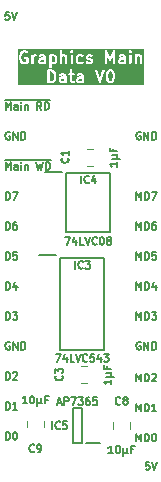
<source format=gto>
%TF.GenerationSoftware,KiCad,Pcbnew,9.0.5*%
%TF.CreationDate,2025-10-11T12:48:29+02:00*%
%TF.ProjectId,Graphics Main Data,47726170-6869-4637-9320-4d61696e2044,V0*%
%TF.SameCoordinates,Original*%
%TF.FileFunction,Legend,Top*%
%TF.FilePolarity,Positive*%
%FSLAX46Y46*%
G04 Gerber Fmt 4.6, Leading zero omitted, Abs format (unit mm)*
G04 Created by KiCad (PCBNEW 9.0.5) date 2025-10-11 12:48:29*
%MOMM*%
%LPD*%
G01*
G04 APERTURE LIST*
%ADD10C,0.150000*%
%ADD11C,0.200000*%
%ADD12C,0.120000*%
G04 APERTURE END LIST*
D10*
X1265874Y-25685963D02*
X1265874Y-25050963D01*
X1265874Y-25050963D02*
X1417064Y-25050963D01*
X1417064Y-25050963D02*
X1507779Y-25081201D01*
X1507779Y-25081201D02*
X1568255Y-25141677D01*
X1568255Y-25141677D02*
X1598493Y-25202153D01*
X1598493Y-25202153D02*
X1628731Y-25323105D01*
X1628731Y-25323105D02*
X1628731Y-25413820D01*
X1628731Y-25413820D02*
X1598493Y-25534772D01*
X1598493Y-25534772D02*
X1568255Y-25595248D01*
X1568255Y-25595248D02*
X1507779Y-25655725D01*
X1507779Y-25655725D02*
X1417064Y-25685963D01*
X1417064Y-25685963D02*
X1265874Y-25685963D01*
X1840398Y-25050963D02*
X2233493Y-25050963D01*
X2233493Y-25050963D02*
X2021826Y-25292867D01*
X2021826Y-25292867D02*
X2112541Y-25292867D01*
X2112541Y-25292867D02*
X2173017Y-25323105D01*
X2173017Y-25323105D02*
X2203255Y-25353344D01*
X2203255Y-25353344D02*
X2233493Y-25413820D01*
X2233493Y-25413820D02*
X2233493Y-25565010D01*
X2233493Y-25565010D02*
X2203255Y-25625486D01*
X2203255Y-25625486D02*
X2173017Y-25655725D01*
X2173017Y-25655725D02*
X2112541Y-25685963D01*
X2112541Y-25685963D02*
X1931112Y-25685963D01*
X1931112Y-25685963D02*
X1870636Y-25655725D01*
X1870636Y-25655725D02*
X1840398Y-25625486D01*
X12673887Y-27621201D02*
X12613411Y-27590963D01*
X12613411Y-27590963D02*
X12522697Y-27590963D01*
X12522697Y-27590963D02*
X12431982Y-27621201D01*
X12431982Y-27621201D02*
X12371506Y-27681677D01*
X12371506Y-27681677D02*
X12341268Y-27742153D01*
X12341268Y-27742153D02*
X12311030Y-27863105D01*
X12311030Y-27863105D02*
X12311030Y-27953820D01*
X12311030Y-27953820D02*
X12341268Y-28074772D01*
X12341268Y-28074772D02*
X12371506Y-28135248D01*
X12371506Y-28135248D02*
X12431982Y-28195725D01*
X12431982Y-28195725D02*
X12522697Y-28225963D01*
X12522697Y-28225963D02*
X12583173Y-28225963D01*
X12583173Y-28225963D02*
X12673887Y-28195725D01*
X12673887Y-28195725D02*
X12704125Y-28165486D01*
X12704125Y-28165486D02*
X12704125Y-27953820D01*
X12704125Y-27953820D02*
X12583173Y-27953820D01*
X12976268Y-28225963D02*
X12976268Y-27590963D01*
X12976268Y-27590963D02*
X13339125Y-28225963D01*
X13339125Y-28225963D02*
X13339125Y-27590963D01*
X13641506Y-28225963D02*
X13641506Y-27590963D01*
X13641506Y-27590963D02*
X13792696Y-27590963D01*
X13792696Y-27590963D02*
X13883411Y-27621201D01*
X13883411Y-27621201D02*
X13943887Y-27681677D01*
X13943887Y-27681677D02*
X13974125Y-27742153D01*
X13974125Y-27742153D02*
X14004363Y-27863105D01*
X14004363Y-27863105D02*
X14004363Y-27953820D01*
X14004363Y-27953820D02*
X13974125Y-28074772D01*
X13974125Y-28074772D02*
X13943887Y-28135248D01*
X13943887Y-28135248D02*
X13883411Y-28195725D01*
X13883411Y-28195725D02*
X13792696Y-28225963D01*
X13792696Y-28225963D02*
X13641506Y-28225963D01*
X1265874Y-18065963D02*
X1265874Y-17430963D01*
X1265874Y-17430963D02*
X1417064Y-17430963D01*
X1417064Y-17430963D02*
X1507779Y-17461201D01*
X1507779Y-17461201D02*
X1568255Y-17521677D01*
X1568255Y-17521677D02*
X1598493Y-17582153D01*
X1598493Y-17582153D02*
X1628731Y-17703105D01*
X1628731Y-17703105D02*
X1628731Y-17793820D01*
X1628731Y-17793820D02*
X1598493Y-17914772D01*
X1598493Y-17914772D02*
X1568255Y-17975248D01*
X1568255Y-17975248D02*
X1507779Y-18035725D01*
X1507779Y-18035725D02*
X1417064Y-18065963D01*
X1417064Y-18065963D02*
X1265874Y-18065963D01*
X2173017Y-17430963D02*
X2052064Y-17430963D01*
X2052064Y-17430963D02*
X1991588Y-17461201D01*
X1991588Y-17461201D02*
X1961350Y-17491439D01*
X1961350Y-17491439D02*
X1900874Y-17582153D01*
X1900874Y-17582153D02*
X1870636Y-17703105D01*
X1870636Y-17703105D02*
X1870636Y-17945010D01*
X1870636Y-17945010D02*
X1900874Y-18005486D01*
X1900874Y-18005486D02*
X1931112Y-18035725D01*
X1931112Y-18035725D02*
X1991588Y-18065963D01*
X1991588Y-18065963D02*
X2112541Y-18065963D01*
X2112541Y-18065963D02*
X2173017Y-18035725D01*
X2173017Y-18035725D02*
X2203255Y-18005486D01*
X2203255Y-18005486D02*
X2233493Y-17945010D01*
X2233493Y-17945010D02*
X2233493Y-17793820D01*
X2233493Y-17793820D02*
X2203255Y-17733344D01*
X2203255Y-17733344D02*
X2173017Y-17703105D01*
X2173017Y-17703105D02*
X2112541Y-17672867D01*
X2112541Y-17672867D02*
X1991588Y-17672867D01*
X1991588Y-17672867D02*
X1931112Y-17703105D01*
X1931112Y-17703105D02*
X1900874Y-17733344D01*
X1900874Y-17733344D02*
X1870636Y-17793820D01*
X12311030Y-33432963D02*
X12311030Y-32797963D01*
X12311030Y-32797963D02*
X12522697Y-33251534D01*
X12522697Y-33251534D02*
X12734363Y-32797963D01*
X12734363Y-32797963D02*
X12734363Y-33432963D01*
X13036744Y-33432963D02*
X13036744Y-32797963D01*
X13036744Y-32797963D02*
X13187934Y-32797963D01*
X13187934Y-32797963D02*
X13278649Y-32828201D01*
X13278649Y-32828201D02*
X13339125Y-32888677D01*
X13339125Y-32888677D02*
X13369363Y-32949153D01*
X13369363Y-32949153D02*
X13399601Y-33070105D01*
X13399601Y-33070105D02*
X13399601Y-33160820D01*
X13399601Y-33160820D02*
X13369363Y-33281772D01*
X13369363Y-33281772D02*
X13339125Y-33342248D01*
X13339125Y-33342248D02*
X13278649Y-33402725D01*
X13278649Y-33402725D02*
X13187934Y-33432963D01*
X13187934Y-33432963D02*
X13036744Y-33432963D01*
X14004363Y-33432963D02*
X13641506Y-33432963D01*
X13822934Y-33432963D02*
X13822934Y-32797963D01*
X13822934Y-32797963D02*
X13762458Y-32888677D01*
X13762458Y-32888677D02*
X13701982Y-32949153D01*
X13701982Y-32949153D02*
X13641506Y-32979391D01*
X1265874Y-30765963D02*
X1265874Y-30130963D01*
X1265874Y-30130963D02*
X1417064Y-30130963D01*
X1417064Y-30130963D02*
X1507779Y-30161201D01*
X1507779Y-30161201D02*
X1568255Y-30221677D01*
X1568255Y-30221677D02*
X1598493Y-30282153D01*
X1598493Y-30282153D02*
X1628731Y-30403105D01*
X1628731Y-30403105D02*
X1628731Y-30493820D01*
X1628731Y-30493820D02*
X1598493Y-30614772D01*
X1598493Y-30614772D02*
X1568255Y-30675248D01*
X1568255Y-30675248D02*
X1507779Y-30735725D01*
X1507779Y-30735725D02*
X1417064Y-30765963D01*
X1417064Y-30765963D02*
X1265874Y-30765963D01*
X1870636Y-30191439D02*
X1900874Y-30161201D01*
X1900874Y-30161201D02*
X1961350Y-30130963D01*
X1961350Y-30130963D02*
X2112541Y-30130963D01*
X2112541Y-30130963D02*
X2173017Y-30161201D01*
X2173017Y-30161201D02*
X2203255Y-30191439D01*
X2203255Y-30191439D02*
X2233493Y-30251915D01*
X2233493Y-30251915D02*
X2233493Y-30312391D01*
X2233493Y-30312391D02*
X2203255Y-30403105D01*
X2203255Y-30403105D02*
X1840398Y-30765963D01*
X1840398Y-30765963D02*
X2233493Y-30765963D01*
X13429839Y-37750963D02*
X13127458Y-37750963D01*
X13127458Y-37750963D02*
X13097220Y-38053344D01*
X13097220Y-38053344D02*
X13127458Y-38023105D01*
X13127458Y-38023105D02*
X13187934Y-37992867D01*
X13187934Y-37992867D02*
X13339125Y-37992867D01*
X13339125Y-37992867D02*
X13399601Y-38023105D01*
X13399601Y-38023105D02*
X13429839Y-38053344D01*
X13429839Y-38053344D02*
X13460077Y-38113820D01*
X13460077Y-38113820D02*
X13460077Y-38265010D01*
X13460077Y-38265010D02*
X13429839Y-38325486D01*
X13429839Y-38325486D02*
X13399601Y-38355725D01*
X13399601Y-38355725D02*
X13339125Y-38385963D01*
X13339125Y-38385963D02*
X13187934Y-38385963D01*
X13187934Y-38385963D02*
X13127458Y-38355725D01*
X13127458Y-38355725D02*
X13097220Y-38325486D01*
X13641506Y-37750963D02*
X13853172Y-38385963D01*
X13853172Y-38385963D02*
X14064839Y-37750963D01*
X12311030Y-25685963D02*
X12311030Y-25050963D01*
X12311030Y-25050963D02*
X12522697Y-25504534D01*
X12522697Y-25504534D02*
X12734363Y-25050963D01*
X12734363Y-25050963D02*
X12734363Y-25685963D01*
X13036744Y-25685963D02*
X13036744Y-25050963D01*
X13036744Y-25050963D02*
X13187934Y-25050963D01*
X13187934Y-25050963D02*
X13278649Y-25081201D01*
X13278649Y-25081201D02*
X13339125Y-25141677D01*
X13339125Y-25141677D02*
X13369363Y-25202153D01*
X13369363Y-25202153D02*
X13399601Y-25323105D01*
X13399601Y-25323105D02*
X13399601Y-25413820D01*
X13399601Y-25413820D02*
X13369363Y-25534772D01*
X13369363Y-25534772D02*
X13339125Y-25595248D01*
X13339125Y-25595248D02*
X13278649Y-25655725D01*
X13278649Y-25655725D02*
X13187934Y-25685963D01*
X13187934Y-25685963D02*
X13036744Y-25685963D01*
X13611268Y-25050963D02*
X14004363Y-25050963D01*
X14004363Y-25050963D02*
X13792696Y-25292867D01*
X13792696Y-25292867D02*
X13883411Y-25292867D01*
X13883411Y-25292867D02*
X13943887Y-25323105D01*
X13943887Y-25323105D02*
X13974125Y-25353344D01*
X13974125Y-25353344D02*
X14004363Y-25413820D01*
X14004363Y-25413820D02*
X14004363Y-25565010D01*
X14004363Y-25565010D02*
X13974125Y-25625486D01*
X13974125Y-25625486D02*
X13943887Y-25655725D01*
X13943887Y-25655725D02*
X13883411Y-25685963D01*
X13883411Y-25685963D02*
X13701982Y-25685963D01*
X13701982Y-25685963D02*
X13641506Y-25655725D01*
X13641506Y-25655725D02*
X13611268Y-25625486D01*
X1598493Y-27621201D02*
X1538017Y-27590963D01*
X1538017Y-27590963D02*
X1447303Y-27590963D01*
X1447303Y-27590963D02*
X1356588Y-27621201D01*
X1356588Y-27621201D02*
X1296112Y-27681677D01*
X1296112Y-27681677D02*
X1265874Y-27742153D01*
X1265874Y-27742153D02*
X1235636Y-27863105D01*
X1235636Y-27863105D02*
X1235636Y-27953820D01*
X1235636Y-27953820D02*
X1265874Y-28074772D01*
X1265874Y-28074772D02*
X1296112Y-28135248D01*
X1296112Y-28135248D02*
X1356588Y-28195725D01*
X1356588Y-28195725D02*
X1447303Y-28225963D01*
X1447303Y-28225963D02*
X1507779Y-28225963D01*
X1507779Y-28225963D02*
X1598493Y-28195725D01*
X1598493Y-28195725D02*
X1628731Y-28165486D01*
X1628731Y-28165486D02*
X1628731Y-27953820D01*
X1628731Y-27953820D02*
X1507779Y-27953820D01*
X1900874Y-28225963D02*
X1900874Y-27590963D01*
X1900874Y-27590963D02*
X2263731Y-28225963D01*
X2263731Y-28225963D02*
X2263731Y-27590963D01*
X2566112Y-28225963D02*
X2566112Y-27590963D01*
X2566112Y-27590963D02*
X2717302Y-27590963D01*
X2717302Y-27590963D02*
X2808017Y-27621201D01*
X2808017Y-27621201D02*
X2868493Y-27681677D01*
X2868493Y-27681677D02*
X2898731Y-27742153D01*
X2898731Y-27742153D02*
X2928969Y-27863105D01*
X2928969Y-27863105D02*
X2928969Y-27953820D01*
X2928969Y-27953820D02*
X2898731Y-28074772D01*
X2898731Y-28074772D02*
X2868493Y-28135248D01*
X2868493Y-28135248D02*
X2808017Y-28195725D01*
X2808017Y-28195725D02*
X2717302Y-28225963D01*
X2717302Y-28225963D02*
X2566112Y-28225963D01*
X1265874Y-15525963D02*
X1265874Y-14890963D01*
X1265874Y-14890963D02*
X1417064Y-14890963D01*
X1417064Y-14890963D02*
X1507779Y-14921201D01*
X1507779Y-14921201D02*
X1568255Y-14981677D01*
X1568255Y-14981677D02*
X1598493Y-15042153D01*
X1598493Y-15042153D02*
X1628731Y-15163105D01*
X1628731Y-15163105D02*
X1628731Y-15253820D01*
X1628731Y-15253820D02*
X1598493Y-15374772D01*
X1598493Y-15374772D02*
X1568255Y-15435248D01*
X1568255Y-15435248D02*
X1507779Y-15495725D01*
X1507779Y-15495725D02*
X1417064Y-15525963D01*
X1417064Y-15525963D02*
X1265874Y-15525963D01*
X1840398Y-14890963D02*
X2263731Y-14890963D01*
X2263731Y-14890963D02*
X1991588Y-15525963D01*
X12311030Y-23145963D02*
X12311030Y-22510963D01*
X12311030Y-22510963D02*
X12522697Y-22964534D01*
X12522697Y-22964534D02*
X12734363Y-22510963D01*
X12734363Y-22510963D02*
X12734363Y-23145963D01*
X13036744Y-23145963D02*
X13036744Y-22510963D01*
X13036744Y-22510963D02*
X13187934Y-22510963D01*
X13187934Y-22510963D02*
X13278649Y-22541201D01*
X13278649Y-22541201D02*
X13339125Y-22601677D01*
X13339125Y-22601677D02*
X13369363Y-22662153D01*
X13369363Y-22662153D02*
X13399601Y-22783105D01*
X13399601Y-22783105D02*
X13399601Y-22873820D01*
X13399601Y-22873820D02*
X13369363Y-22994772D01*
X13369363Y-22994772D02*
X13339125Y-23055248D01*
X13339125Y-23055248D02*
X13278649Y-23115725D01*
X13278649Y-23115725D02*
X13187934Y-23145963D01*
X13187934Y-23145963D02*
X13036744Y-23145963D01*
X13943887Y-22722629D02*
X13943887Y-23145963D01*
X13792696Y-22480725D02*
X13641506Y-22934296D01*
X13641506Y-22934296D02*
X14034601Y-22934296D01*
X12673887Y-9841201D02*
X12613411Y-9810963D01*
X12613411Y-9810963D02*
X12522697Y-9810963D01*
X12522697Y-9810963D02*
X12431982Y-9841201D01*
X12431982Y-9841201D02*
X12371506Y-9901677D01*
X12371506Y-9901677D02*
X12341268Y-9962153D01*
X12341268Y-9962153D02*
X12311030Y-10083105D01*
X12311030Y-10083105D02*
X12311030Y-10173820D01*
X12311030Y-10173820D02*
X12341268Y-10294772D01*
X12341268Y-10294772D02*
X12371506Y-10355248D01*
X12371506Y-10355248D02*
X12431982Y-10415725D01*
X12431982Y-10415725D02*
X12522697Y-10445963D01*
X12522697Y-10445963D02*
X12583173Y-10445963D01*
X12583173Y-10445963D02*
X12673887Y-10415725D01*
X12673887Y-10415725D02*
X12704125Y-10385486D01*
X12704125Y-10385486D02*
X12704125Y-10173820D01*
X12704125Y-10173820D02*
X12583173Y-10173820D01*
X12976268Y-10445963D02*
X12976268Y-9810963D01*
X12976268Y-9810963D02*
X13339125Y-10445963D01*
X13339125Y-10445963D02*
X13339125Y-9810963D01*
X13641506Y-10445963D02*
X13641506Y-9810963D01*
X13641506Y-9810963D02*
X13792696Y-9810963D01*
X13792696Y-9810963D02*
X13883411Y-9841201D01*
X13883411Y-9841201D02*
X13943887Y-9901677D01*
X13943887Y-9901677D02*
X13974125Y-9962153D01*
X13974125Y-9962153D02*
X14004363Y-10083105D01*
X14004363Y-10083105D02*
X14004363Y-10173820D01*
X14004363Y-10173820D02*
X13974125Y-10294772D01*
X13974125Y-10294772D02*
X13943887Y-10355248D01*
X13943887Y-10355248D02*
X13883411Y-10415725D01*
X13883411Y-10415725D02*
X13792696Y-10445963D01*
X13792696Y-10445963D02*
X13641506Y-10445963D01*
X1265874Y-33305963D02*
X1265874Y-32670963D01*
X1265874Y-32670963D02*
X1417064Y-32670963D01*
X1417064Y-32670963D02*
X1507779Y-32701201D01*
X1507779Y-32701201D02*
X1568255Y-32761677D01*
X1568255Y-32761677D02*
X1598493Y-32822153D01*
X1598493Y-32822153D02*
X1628731Y-32943105D01*
X1628731Y-32943105D02*
X1628731Y-33033820D01*
X1628731Y-33033820D02*
X1598493Y-33154772D01*
X1598493Y-33154772D02*
X1568255Y-33215248D01*
X1568255Y-33215248D02*
X1507779Y-33275725D01*
X1507779Y-33275725D02*
X1417064Y-33305963D01*
X1417064Y-33305963D02*
X1265874Y-33305963D01*
X2233493Y-33305963D02*
X1870636Y-33305963D01*
X2052064Y-33305963D02*
X2052064Y-32670963D01*
X2052064Y-32670963D02*
X1991588Y-32761677D01*
X1991588Y-32761677D02*
X1931112Y-32822153D01*
X1931112Y-32822153D02*
X1870636Y-32852391D01*
X1265874Y-7905963D02*
X1265874Y-7270963D01*
X1265874Y-7270963D02*
X1477541Y-7724534D01*
X1477541Y-7724534D02*
X1689207Y-7270963D01*
X1689207Y-7270963D02*
X1689207Y-7905963D01*
X2263731Y-7905963D02*
X2263731Y-7573344D01*
X2263731Y-7573344D02*
X2233493Y-7512867D01*
X2233493Y-7512867D02*
X2173017Y-7482629D01*
X2173017Y-7482629D02*
X2052064Y-7482629D01*
X2052064Y-7482629D02*
X1991588Y-7512867D01*
X2263731Y-7875725D02*
X2203255Y-7905963D01*
X2203255Y-7905963D02*
X2052064Y-7905963D01*
X2052064Y-7905963D02*
X1991588Y-7875725D01*
X1991588Y-7875725D02*
X1961350Y-7815248D01*
X1961350Y-7815248D02*
X1961350Y-7754772D01*
X1961350Y-7754772D02*
X1991588Y-7694296D01*
X1991588Y-7694296D02*
X2052064Y-7664058D01*
X2052064Y-7664058D02*
X2203255Y-7664058D01*
X2203255Y-7664058D02*
X2263731Y-7633820D01*
X2566112Y-7905963D02*
X2566112Y-7482629D01*
X2566112Y-7270963D02*
X2535874Y-7301201D01*
X2535874Y-7301201D02*
X2566112Y-7331439D01*
X2566112Y-7331439D02*
X2596350Y-7301201D01*
X2596350Y-7301201D02*
X2566112Y-7270963D01*
X2566112Y-7270963D02*
X2566112Y-7331439D01*
X2868493Y-7482629D02*
X2868493Y-7905963D01*
X2868493Y-7543105D02*
X2898731Y-7512867D01*
X2898731Y-7512867D02*
X2959207Y-7482629D01*
X2959207Y-7482629D02*
X3049922Y-7482629D01*
X3049922Y-7482629D02*
X3110398Y-7512867D01*
X3110398Y-7512867D02*
X3140636Y-7573344D01*
X3140636Y-7573344D02*
X3140636Y-7905963D01*
X4289684Y-7905963D02*
X4078017Y-7603582D01*
X3926827Y-7905963D02*
X3926827Y-7270963D01*
X3926827Y-7270963D02*
X4168732Y-7270963D01*
X4168732Y-7270963D02*
X4229208Y-7301201D01*
X4229208Y-7301201D02*
X4259446Y-7331439D01*
X4259446Y-7331439D02*
X4289684Y-7391915D01*
X4289684Y-7391915D02*
X4289684Y-7482629D01*
X4289684Y-7482629D02*
X4259446Y-7543105D01*
X4259446Y-7543105D02*
X4229208Y-7573344D01*
X4229208Y-7573344D02*
X4168732Y-7603582D01*
X4168732Y-7603582D02*
X3926827Y-7603582D01*
X4561827Y-7905963D02*
X4561827Y-7270963D01*
X4561827Y-7270963D02*
X4713017Y-7270963D01*
X4713017Y-7270963D02*
X4803732Y-7301201D01*
X4803732Y-7301201D02*
X4864208Y-7361677D01*
X4864208Y-7361677D02*
X4894446Y-7422153D01*
X4894446Y-7422153D02*
X4924684Y-7543105D01*
X4924684Y-7543105D02*
X4924684Y-7633820D01*
X4924684Y-7633820D02*
X4894446Y-7754772D01*
X4894446Y-7754772D02*
X4864208Y-7815248D01*
X4864208Y-7815248D02*
X4803732Y-7875725D01*
X4803732Y-7875725D02*
X4713017Y-7905963D01*
X4713017Y-7905963D02*
X4561827Y-7905963D01*
X1178184Y-7094675D02*
X4982137Y-7094675D01*
X1265874Y-20605963D02*
X1265874Y-19970963D01*
X1265874Y-19970963D02*
X1417064Y-19970963D01*
X1417064Y-19970963D02*
X1507779Y-20001201D01*
X1507779Y-20001201D02*
X1568255Y-20061677D01*
X1568255Y-20061677D02*
X1598493Y-20122153D01*
X1598493Y-20122153D02*
X1628731Y-20243105D01*
X1628731Y-20243105D02*
X1628731Y-20333820D01*
X1628731Y-20333820D02*
X1598493Y-20454772D01*
X1598493Y-20454772D02*
X1568255Y-20515248D01*
X1568255Y-20515248D02*
X1507779Y-20575725D01*
X1507779Y-20575725D02*
X1417064Y-20605963D01*
X1417064Y-20605963D02*
X1265874Y-20605963D01*
X2203255Y-19970963D02*
X1900874Y-19970963D01*
X1900874Y-19970963D02*
X1870636Y-20273344D01*
X1870636Y-20273344D02*
X1900874Y-20243105D01*
X1900874Y-20243105D02*
X1961350Y-20212867D01*
X1961350Y-20212867D02*
X2112541Y-20212867D01*
X2112541Y-20212867D02*
X2173017Y-20243105D01*
X2173017Y-20243105D02*
X2203255Y-20273344D01*
X2203255Y-20273344D02*
X2233493Y-20333820D01*
X2233493Y-20333820D02*
X2233493Y-20485010D01*
X2233493Y-20485010D02*
X2203255Y-20545486D01*
X2203255Y-20545486D02*
X2173017Y-20575725D01*
X2173017Y-20575725D02*
X2112541Y-20605963D01*
X2112541Y-20605963D02*
X1961350Y-20605963D01*
X1961350Y-20605963D02*
X1900874Y-20575725D01*
X1900874Y-20575725D02*
X1870636Y-20545486D01*
X1265874Y-35845963D02*
X1265874Y-35210963D01*
X1265874Y-35210963D02*
X1417064Y-35210963D01*
X1417064Y-35210963D02*
X1507779Y-35241201D01*
X1507779Y-35241201D02*
X1568255Y-35301677D01*
X1568255Y-35301677D02*
X1598493Y-35362153D01*
X1598493Y-35362153D02*
X1628731Y-35483105D01*
X1628731Y-35483105D02*
X1628731Y-35573820D01*
X1628731Y-35573820D02*
X1598493Y-35694772D01*
X1598493Y-35694772D02*
X1568255Y-35755248D01*
X1568255Y-35755248D02*
X1507779Y-35815725D01*
X1507779Y-35815725D02*
X1417064Y-35845963D01*
X1417064Y-35845963D02*
X1265874Y-35845963D01*
X2021826Y-35210963D02*
X2082303Y-35210963D01*
X2082303Y-35210963D02*
X2142779Y-35241201D01*
X2142779Y-35241201D02*
X2173017Y-35271439D01*
X2173017Y-35271439D02*
X2203255Y-35331915D01*
X2203255Y-35331915D02*
X2233493Y-35452867D01*
X2233493Y-35452867D02*
X2233493Y-35604058D01*
X2233493Y-35604058D02*
X2203255Y-35725010D01*
X2203255Y-35725010D02*
X2173017Y-35785486D01*
X2173017Y-35785486D02*
X2142779Y-35815725D01*
X2142779Y-35815725D02*
X2082303Y-35845963D01*
X2082303Y-35845963D02*
X2021826Y-35845963D01*
X2021826Y-35845963D02*
X1961350Y-35815725D01*
X1961350Y-35815725D02*
X1931112Y-35785486D01*
X1931112Y-35785486D02*
X1900874Y-35725010D01*
X1900874Y-35725010D02*
X1870636Y-35604058D01*
X1870636Y-35604058D02*
X1870636Y-35452867D01*
X1870636Y-35452867D02*
X1900874Y-35331915D01*
X1900874Y-35331915D02*
X1931112Y-35271439D01*
X1931112Y-35271439D02*
X1961350Y-35241201D01*
X1961350Y-35241201D02*
X2021826Y-35210963D01*
X1598493Y-9841201D02*
X1538017Y-9810963D01*
X1538017Y-9810963D02*
X1447303Y-9810963D01*
X1447303Y-9810963D02*
X1356588Y-9841201D01*
X1356588Y-9841201D02*
X1296112Y-9901677D01*
X1296112Y-9901677D02*
X1265874Y-9962153D01*
X1265874Y-9962153D02*
X1235636Y-10083105D01*
X1235636Y-10083105D02*
X1235636Y-10173820D01*
X1235636Y-10173820D02*
X1265874Y-10294772D01*
X1265874Y-10294772D02*
X1296112Y-10355248D01*
X1296112Y-10355248D02*
X1356588Y-10415725D01*
X1356588Y-10415725D02*
X1447303Y-10445963D01*
X1447303Y-10445963D02*
X1507779Y-10445963D01*
X1507779Y-10445963D02*
X1598493Y-10415725D01*
X1598493Y-10415725D02*
X1628731Y-10385486D01*
X1628731Y-10385486D02*
X1628731Y-10173820D01*
X1628731Y-10173820D02*
X1507779Y-10173820D01*
X1900874Y-10445963D02*
X1900874Y-9810963D01*
X1900874Y-9810963D02*
X2263731Y-10445963D01*
X2263731Y-10445963D02*
X2263731Y-9810963D01*
X2566112Y-10445963D02*
X2566112Y-9810963D01*
X2566112Y-9810963D02*
X2717302Y-9810963D01*
X2717302Y-9810963D02*
X2808017Y-9841201D01*
X2808017Y-9841201D02*
X2868493Y-9901677D01*
X2868493Y-9901677D02*
X2898731Y-9962153D01*
X2898731Y-9962153D02*
X2928969Y-10083105D01*
X2928969Y-10083105D02*
X2928969Y-10173820D01*
X2928969Y-10173820D02*
X2898731Y-10294772D01*
X2898731Y-10294772D02*
X2868493Y-10355248D01*
X2868493Y-10355248D02*
X2808017Y-10415725D01*
X2808017Y-10415725D02*
X2717302Y-10445963D01*
X2717302Y-10445963D02*
X2566112Y-10445963D01*
X1265874Y-23145963D02*
X1265874Y-22510963D01*
X1265874Y-22510963D02*
X1417064Y-22510963D01*
X1417064Y-22510963D02*
X1507779Y-22541201D01*
X1507779Y-22541201D02*
X1568255Y-22601677D01*
X1568255Y-22601677D02*
X1598493Y-22662153D01*
X1598493Y-22662153D02*
X1628731Y-22783105D01*
X1628731Y-22783105D02*
X1628731Y-22873820D01*
X1628731Y-22873820D02*
X1598493Y-22994772D01*
X1598493Y-22994772D02*
X1568255Y-23055248D01*
X1568255Y-23055248D02*
X1507779Y-23115725D01*
X1507779Y-23115725D02*
X1417064Y-23145963D01*
X1417064Y-23145963D02*
X1265874Y-23145963D01*
X2173017Y-22722629D02*
X2173017Y-23145963D01*
X2021826Y-22480725D02*
X1870636Y-22934296D01*
X1870636Y-22934296D02*
X2263731Y-22934296D01*
X12311030Y-15525963D02*
X12311030Y-14890963D01*
X12311030Y-14890963D02*
X12522697Y-15344534D01*
X12522697Y-15344534D02*
X12734363Y-14890963D01*
X12734363Y-14890963D02*
X12734363Y-15525963D01*
X13036744Y-15525963D02*
X13036744Y-14890963D01*
X13036744Y-14890963D02*
X13187934Y-14890963D01*
X13187934Y-14890963D02*
X13278649Y-14921201D01*
X13278649Y-14921201D02*
X13339125Y-14981677D01*
X13339125Y-14981677D02*
X13369363Y-15042153D01*
X13369363Y-15042153D02*
X13399601Y-15163105D01*
X13399601Y-15163105D02*
X13399601Y-15253820D01*
X13399601Y-15253820D02*
X13369363Y-15374772D01*
X13369363Y-15374772D02*
X13339125Y-15435248D01*
X13339125Y-15435248D02*
X13278649Y-15495725D01*
X13278649Y-15495725D02*
X13187934Y-15525963D01*
X13187934Y-15525963D02*
X13036744Y-15525963D01*
X13611268Y-14890963D02*
X14034601Y-14890963D01*
X14034601Y-14890963D02*
X13762458Y-15525963D01*
X1568255Y349036D02*
X1265874Y349036D01*
X1265874Y349036D02*
X1235636Y46655D01*
X1235636Y46655D02*
X1265874Y76894D01*
X1265874Y76894D02*
X1326350Y107132D01*
X1326350Y107132D02*
X1477541Y107132D01*
X1477541Y107132D02*
X1538017Y76894D01*
X1538017Y76894D02*
X1568255Y46655D01*
X1568255Y46655D02*
X1598493Y-13820D01*
X1598493Y-13820D02*
X1598493Y-165010D01*
X1598493Y-165010D02*
X1568255Y-225486D01*
X1568255Y-225486D02*
X1538017Y-255725D01*
X1538017Y-255725D02*
X1477541Y-285963D01*
X1477541Y-285963D02*
X1326350Y-285963D01*
X1326350Y-285963D02*
X1265874Y-255725D01*
X1265874Y-255725D02*
X1235636Y-225486D01*
X1779922Y349036D02*
X1991588Y-285963D01*
X1991588Y-285963D02*
X2203255Y349036D01*
X1265874Y-12985963D02*
X1265874Y-12350963D01*
X1265874Y-12350963D02*
X1477541Y-12804534D01*
X1477541Y-12804534D02*
X1689207Y-12350963D01*
X1689207Y-12350963D02*
X1689207Y-12985963D01*
X2263731Y-12985963D02*
X2263731Y-12653344D01*
X2263731Y-12653344D02*
X2233493Y-12592867D01*
X2233493Y-12592867D02*
X2173017Y-12562629D01*
X2173017Y-12562629D02*
X2052064Y-12562629D01*
X2052064Y-12562629D02*
X1991588Y-12592867D01*
X2263731Y-12955725D02*
X2203255Y-12985963D01*
X2203255Y-12985963D02*
X2052064Y-12985963D01*
X2052064Y-12985963D02*
X1991588Y-12955725D01*
X1991588Y-12955725D02*
X1961350Y-12895248D01*
X1961350Y-12895248D02*
X1961350Y-12834772D01*
X1961350Y-12834772D02*
X1991588Y-12774296D01*
X1991588Y-12774296D02*
X2052064Y-12744058D01*
X2052064Y-12744058D02*
X2203255Y-12744058D01*
X2203255Y-12744058D02*
X2263731Y-12713820D01*
X2566112Y-12985963D02*
X2566112Y-12562629D01*
X2566112Y-12350963D02*
X2535874Y-12381201D01*
X2535874Y-12381201D02*
X2566112Y-12411439D01*
X2566112Y-12411439D02*
X2596350Y-12381201D01*
X2596350Y-12381201D02*
X2566112Y-12350963D01*
X2566112Y-12350963D02*
X2566112Y-12411439D01*
X2868493Y-12562629D02*
X2868493Y-12985963D01*
X2868493Y-12623105D02*
X2898731Y-12592867D01*
X2898731Y-12592867D02*
X2959207Y-12562629D01*
X2959207Y-12562629D02*
X3049922Y-12562629D01*
X3049922Y-12562629D02*
X3110398Y-12592867D01*
X3110398Y-12592867D02*
X3140636Y-12653344D01*
X3140636Y-12653344D02*
X3140636Y-12985963D01*
X3866351Y-12350963D02*
X4017541Y-12985963D01*
X4017541Y-12985963D02*
X4138494Y-12532391D01*
X4138494Y-12532391D02*
X4259446Y-12985963D01*
X4259446Y-12985963D02*
X4410637Y-12350963D01*
X4652541Y-12985963D02*
X4652541Y-12350963D01*
X4652541Y-12350963D02*
X4803731Y-12350963D01*
X4803731Y-12350963D02*
X4894446Y-12381201D01*
X4894446Y-12381201D02*
X4954922Y-12441677D01*
X4954922Y-12441677D02*
X4985160Y-12502153D01*
X4985160Y-12502153D02*
X5015398Y-12623105D01*
X5015398Y-12623105D02*
X5015398Y-12713820D01*
X5015398Y-12713820D02*
X4985160Y-12834772D01*
X4985160Y-12834772D02*
X4954922Y-12895248D01*
X4954922Y-12895248D02*
X4894446Y-12955725D01*
X4894446Y-12955725D02*
X4803731Y-12985963D01*
X4803731Y-12985963D02*
X4652541Y-12985963D01*
X1178184Y-12174675D02*
X5072851Y-12174675D01*
X12311030Y-20605963D02*
X12311030Y-19970963D01*
X12311030Y-19970963D02*
X12522697Y-20424534D01*
X12522697Y-20424534D02*
X12734363Y-19970963D01*
X12734363Y-19970963D02*
X12734363Y-20605963D01*
X13036744Y-20605963D02*
X13036744Y-19970963D01*
X13036744Y-19970963D02*
X13187934Y-19970963D01*
X13187934Y-19970963D02*
X13278649Y-20001201D01*
X13278649Y-20001201D02*
X13339125Y-20061677D01*
X13339125Y-20061677D02*
X13369363Y-20122153D01*
X13369363Y-20122153D02*
X13399601Y-20243105D01*
X13399601Y-20243105D02*
X13399601Y-20333820D01*
X13399601Y-20333820D02*
X13369363Y-20454772D01*
X13369363Y-20454772D02*
X13339125Y-20515248D01*
X13339125Y-20515248D02*
X13278649Y-20575725D01*
X13278649Y-20575725D02*
X13187934Y-20605963D01*
X13187934Y-20605963D02*
X13036744Y-20605963D01*
X13974125Y-19970963D02*
X13671744Y-19970963D01*
X13671744Y-19970963D02*
X13641506Y-20273344D01*
X13641506Y-20273344D02*
X13671744Y-20243105D01*
X13671744Y-20243105D02*
X13732220Y-20212867D01*
X13732220Y-20212867D02*
X13883411Y-20212867D01*
X13883411Y-20212867D02*
X13943887Y-20243105D01*
X13943887Y-20243105D02*
X13974125Y-20273344D01*
X13974125Y-20273344D02*
X14004363Y-20333820D01*
X14004363Y-20333820D02*
X14004363Y-20485010D01*
X14004363Y-20485010D02*
X13974125Y-20545486D01*
X13974125Y-20545486D02*
X13943887Y-20575725D01*
X13943887Y-20575725D02*
X13883411Y-20605963D01*
X13883411Y-20605963D02*
X13732220Y-20605963D01*
X13732220Y-20605963D02*
X13671744Y-20575725D01*
X13671744Y-20575725D02*
X13641506Y-20545486D01*
D11*
G36*
X5208836Y-4710212D02*
G01*
X5275909Y-4777285D01*
X5311361Y-4848190D01*
X5353332Y-5016071D01*
X5353332Y-5134309D01*
X5311361Y-5302190D01*
X5275908Y-5373096D01*
X5208837Y-5440169D01*
X5103772Y-5475191D01*
X4981904Y-5475191D01*
X4981904Y-4675191D01*
X5103772Y-4675191D01*
X5208836Y-4710212D01*
G37*
G36*
X6210475Y-5465768D02*
G01*
X6191630Y-5475191D01*
X6000749Y-5475191D01*
X5956439Y-5453036D01*
X5934285Y-5408726D01*
X5934285Y-5360702D01*
X5956440Y-5316392D01*
X6000749Y-5294238D01*
X6210475Y-5294238D01*
X6210475Y-5465768D01*
G37*
G36*
X7686666Y-5465768D02*
G01*
X7667821Y-5475191D01*
X7476940Y-5475191D01*
X7432630Y-5453036D01*
X7410476Y-5408726D01*
X7410476Y-5360702D01*
X7432631Y-5316392D01*
X7476940Y-5294238D01*
X7686666Y-5294238D01*
X7686666Y-5465768D01*
G37*
G36*
X10203621Y-4704996D02*
G01*
X10228290Y-4729664D01*
X10263743Y-4800571D01*
X10305714Y-4968452D01*
X10305714Y-5181928D01*
X10263743Y-5349809D01*
X10228290Y-5420715D01*
X10203621Y-5445385D01*
X10144012Y-5475191D01*
X10095988Y-5475191D01*
X10036378Y-5445386D01*
X10011711Y-5420718D01*
X9976256Y-5349809D01*
X9934286Y-5181928D01*
X9934286Y-4968453D01*
X9976256Y-4800571D01*
X10011710Y-4729664D01*
X10036378Y-4704995D01*
X10095988Y-4675191D01*
X10144012Y-4675191D01*
X10203621Y-4704996D01*
G37*
G36*
X5370288Y-3428385D02*
G01*
X5394957Y-3453053D01*
X5424762Y-3512663D01*
X5424762Y-3751163D01*
X5394957Y-3810771D01*
X5370288Y-3835441D01*
X5310679Y-3865247D01*
X5167417Y-3865247D01*
X5148572Y-3855824D01*
X5148572Y-3408002D01*
X5167417Y-3398580D01*
X5310679Y-3398580D01*
X5370288Y-3428385D01*
G37*
G36*
X4472381Y-3855824D02*
G01*
X4453536Y-3865247D01*
X4262655Y-3865247D01*
X4218345Y-3843092D01*
X4196191Y-3798782D01*
X4196191Y-3750758D01*
X4218346Y-3706448D01*
X4262655Y-3684294D01*
X4472381Y-3684294D01*
X4472381Y-3855824D01*
G37*
G36*
X11234286Y-3855824D02*
G01*
X11215441Y-3865247D01*
X11024560Y-3865247D01*
X10980250Y-3843092D01*
X10958096Y-3798782D01*
X10958096Y-3750758D01*
X10980251Y-3706448D01*
X11024560Y-3684294D01*
X11234286Y-3684294D01*
X11234286Y-3855824D01*
G37*
G36*
X12926349Y-5786302D02*
G01*
X2266032Y-5786302D01*
X2266032Y-4575191D01*
X4781904Y-4575191D01*
X4781904Y-5575191D01*
X4783825Y-5594700D01*
X4798757Y-5630748D01*
X4826347Y-5658338D01*
X4862395Y-5673270D01*
X4881904Y-5675191D01*
X5119999Y-5675191D01*
X5129872Y-5674218D01*
X5132506Y-5674406D01*
X5135969Y-5673618D01*
X5139508Y-5673270D01*
X5141950Y-5672258D01*
X5151622Y-5670059D01*
X5294478Y-5622440D01*
X5312379Y-5614449D01*
X5315094Y-5612094D01*
X5318414Y-5610719D01*
X5333567Y-5598282D01*
X5428805Y-5503043D01*
X5435097Y-5495376D01*
X5437094Y-5493645D01*
X5438987Y-5490637D01*
X5441242Y-5487890D01*
X5442253Y-5485448D01*
X5447537Y-5477054D01*
X5495156Y-5381817D01*
X5495702Y-5380388D01*
X5496132Y-5379809D01*
X5499053Y-5371632D01*
X5502162Y-5363508D01*
X5502213Y-5362787D01*
X5502727Y-5361349D01*
X5508791Y-5337095D01*
X5734285Y-5337095D01*
X5734285Y-5432333D01*
X5736206Y-5451842D01*
X5737581Y-5455162D01*
X5737836Y-5458745D01*
X5744842Y-5477054D01*
X5792461Y-5572293D01*
X5794514Y-5575556D01*
X5795028Y-5577095D01*
X5796690Y-5579011D01*
X5802904Y-5588883D01*
X5812375Y-5597097D01*
X5820592Y-5606572D01*
X5830462Y-5612784D01*
X5832380Y-5614448D01*
X5833920Y-5614961D01*
X5837183Y-5617015D01*
X5932420Y-5664634D01*
X5950729Y-5671640D01*
X5954312Y-5671894D01*
X5957633Y-5673270D01*
X5977142Y-5675191D01*
X6215237Y-5675191D01*
X6234746Y-5673270D01*
X6238066Y-5671894D01*
X6241650Y-5671640D01*
X6259958Y-5664634D01*
X6264561Y-5662332D01*
X6290966Y-5673270D01*
X6329984Y-5673270D01*
X6366032Y-5658338D01*
X6393622Y-5630748D01*
X6408554Y-5594700D01*
X6410475Y-5575191D01*
X6410475Y-5051381D01*
X6408554Y-5031872D01*
X6407178Y-5028551D01*
X6406924Y-5024968D01*
X6399918Y-5006659D01*
X6352299Y-4911422D01*
X6350244Y-4908158D01*
X6349732Y-4906620D01*
X6348070Y-4904704D01*
X6341856Y-4894831D01*
X6335150Y-4889015D01*
X6545730Y-4889015D01*
X6545730Y-4928033D01*
X6560662Y-4964081D01*
X6588252Y-4991671D01*
X6624300Y-5006603D01*
X6643809Y-5008524D01*
X6686666Y-5008524D01*
X6686666Y-5432333D01*
X6688587Y-5451842D01*
X6689962Y-5455162D01*
X6690217Y-5458745D01*
X6697223Y-5477054D01*
X6744842Y-5572293D01*
X6746895Y-5575556D01*
X6747409Y-5577095D01*
X6749071Y-5579011D01*
X6755285Y-5588883D01*
X6764756Y-5597097D01*
X6772973Y-5606572D01*
X6782843Y-5612784D01*
X6784761Y-5614448D01*
X6786301Y-5614961D01*
X6789564Y-5617015D01*
X6884801Y-5664634D01*
X6903110Y-5671640D01*
X6906693Y-5671894D01*
X6910014Y-5673270D01*
X6929523Y-5675191D01*
X7024761Y-5675191D01*
X7044270Y-5673270D01*
X7080318Y-5658338D01*
X7107908Y-5630748D01*
X7122840Y-5594700D01*
X7122840Y-5555682D01*
X7107908Y-5519634D01*
X7080318Y-5492044D01*
X7044270Y-5477112D01*
X7024761Y-5475191D01*
X6953130Y-5475191D01*
X6908820Y-5453036D01*
X6886666Y-5408726D01*
X6886666Y-5337095D01*
X7210476Y-5337095D01*
X7210476Y-5432333D01*
X7212397Y-5451842D01*
X7213772Y-5455162D01*
X7214027Y-5458745D01*
X7221033Y-5477054D01*
X7268652Y-5572293D01*
X7270705Y-5575556D01*
X7271219Y-5577095D01*
X7272881Y-5579011D01*
X7279095Y-5588883D01*
X7288566Y-5597097D01*
X7296783Y-5606572D01*
X7306653Y-5612784D01*
X7308571Y-5614448D01*
X7310111Y-5614961D01*
X7313374Y-5617015D01*
X7408611Y-5664634D01*
X7426920Y-5671640D01*
X7430503Y-5671894D01*
X7433824Y-5673270D01*
X7453333Y-5675191D01*
X7691428Y-5675191D01*
X7710937Y-5673270D01*
X7714257Y-5671894D01*
X7717841Y-5671640D01*
X7736149Y-5664634D01*
X7740752Y-5662332D01*
X7767157Y-5673270D01*
X7806175Y-5673270D01*
X7842223Y-5658338D01*
X7869813Y-5630748D01*
X7884745Y-5594700D01*
X7886666Y-5575191D01*
X7886666Y-5051381D01*
X7884745Y-5031872D01*
X7883369Y-5028551D01*
X7883115Y-5024968D01*
X7876109Y-5006659D01*
X7828490Y-4911422D01*
X7826435Y-4908158D01*
X7825923Y-4906620D01*
X7824261Y-4904704D01*
X7818047Y-4894831D01*
X7808571Y-4886613D01*
X7800358Y-4877143D01*
X7790486Y-4870929D01*
X7788570Y-4869267D01*
X7787031Y-4868753D01*
X7783768Y-4866700D01*
X7688530Y-4819081D01*
X7670222Y-4812075D01*
X7666638Y-4811820D01*
X7663318Y-4810445D01*
X7643809Y-4808524D01*
X7453333Y-4808524D01*
X7433824Y-4810445D01*
X7430503Y-4811820D01*
X7426920Y-4812075D01*
X7408611Y-4819081D01*
X7313374Y-4866700D01*
X7296783Y-4877143D01*
X7271219Y-4906620D01*
X7258880Y-4943636D01*
X7261646Y-4982556D01*
X7279095Y-5017455D01*
X7308572Y-5043019D01*
X7345588Y-5055358D01*
X7384508Y-5052592D01*
X7402816Y-5045586D01*
X7476940Y-5008524D01*
X7620202Y-5008524D01*
X7664511Y-5030679D01*
X7686666Y-5074988D01*
X7686666Y-5084815D01*
X7667821Y-5094238D01*
X7453333Y-5094238D01*
X7433824Y-5096159D01*
X7430503Y-5097534D01*
X7426920Y-5097789D01*
X7408611Y-5104795D01*
X7313374Y-5152414D01*
X7310110Y-5154468D01*
X7308572Y-5154981D01*
X7306656Y-5156642D01*
X7296783Y-5162857D01*
X7288565Y-5172332D01*
X7279095Y-5180546D01*
X7272881Y-5190417D01*
X7271219Y-5192334D01*
X7270705Y-5193872D01*
X7268652Y-5197136D01*
X7221033Y-5292374D01*
X7214027Y-5310682D01*
X7213772Y-5314265D01*
X7212397Y-5317586D01*
X7210476Y-5337095D01*
X6886666Y-5337095D01*
X6886666Y-5008524D01*
X7024761Y-5008524D01*
X7044270Y-5006603D01*
X7080318Y-4991671D01*
X7107908Y-4964081D01*
X7122840Y-4928033D01*
X7122840Y-4889015D01*
X7107908Y-4852967D01*
X7080318Y-4825377D01*
X7044270Y-4810445D01*
X7024761Y-4808524D01*
X6886666Y-4808524D01*
X6886666Y-4587698D01*
X8782690Y-4587698D01*
X8787037Y-4606814D01*
X9120370Y-5606813D01*
X9128361Y-5624714D01*
X9133044Y-5630113D01*
X9136239Y-5636503D01*
X9145710Y-5644718D01*
X9153926Y-5654190D01*
X9160314Y-5657384D01*
X9165715Y-5662068D01*
X9177616Y-5666035D01*
X9188825Y-5671639D01*
X9195949Y-5672145D01*
X9202731Y-5674406D01*
X9215240Y-5673516D01*
X9227745Y-5674406D01*
X9234523Y-5672146D01*
X9241651Y-5671640D01*
X9252867Y-5666031D01*
X9264761Y-5662067D01*
X9270158Y-5657386D01*
X9276550Y-5654190D01*
X9284768Y-5644714D01*
X9294237Y-5636502D01*
X9297430Y-5630115D01*
X9302115Y-5624714D01*
X9310106Y-5606814D01*
X9526996Y-4956143D01*
X9734286Y-4956143D01*
X9734286Y-5194238D01*
X9734621Y-5197640D01*
X9734404Y-5199099D01*
X9735483Y-5206396D01*
X9736207Y-5213747D01*
X9736771Y-5215110D01*
X9737272Y-5218492D01*
X9784891Y-5408967D01*
X9785404Y-5410404D01*
X9785456Y-5411127D01*
X9788564Y-5419251D01*
X9791486Y-5427428D01*
X9791916Y-5428008D01*
X9792462Y-5429435D01*
X9840081Y-5524673D01*
X9845364Y-5533065D01*
X9846376Y-5535509D01*
X9848632Y-5538258D01*
X9850524Y-5541263D01*
X9852518Y-5542992D01*
X9858813Y-5550662D01*
X9906431Y-5598282D01*
X9914099Y-5604575D01*
X9915831Y-5606572D01*
X9918839Y-5608465D01*
X9921585Y-5610719D01*
X9924025Y-5611729D01*
X9932422Y-5617015D01*
X10027659Y-5664634D01*
X10045968Y-5671640D01*
X10049551Y-5671894D01*
X10052872Y-5673270D01*
X10072381Y-5675191D01*
X10167619Y-5675191D01*
X10187128Y-5673270D01*
X10190448Y-5671894D01*
X10194032Y-5671640D01*
X10212340Y-5664634D01*
X10307578Y-5617015D01*
X10315973Y-5611730D01*
X10318415Y-5610719D01*
X10321162Y-5608463D01*
X10324168Y-5606572D01*
X10325898Y-5604577D01*
X10333568Y-5598282D01*
X10381187Y-5550662D01*
X10387479Y-5542995D01*
X10389476Y-5541264D01*
X10391369Y-5538256D01*
X10393624Y-5535509D01*
X10394635Y-5533067D01*
X10399919Y-5524673D01*
X10447538Y-5429436D01*
X10448084Y-5428007D01*
X10448514Y-5427428D01*
X10451435Y-5419251D01*
X10454544Y-5411127D01*
X10454595Y-5410406D01*
X10455109Y-5408968D01*
X10502728Y-5218492D01*
X10503228Y-5215110D01*
X10503793Y-5213747D01*
X10504516Y-5206396D01*
X10505596Y-5199099D01*
X10505378Y-5197640D01*
X10505714Y-5194238D01*
X10505714Y-4956143D01*
X10505378Y-4952740D01*
X10505596Y-4951282D01*
X10504516Y-4943984D01*
X10503793Y-4936634D01*
X10503228Y-4935270D01*
X10502728Y-4931889D01*
X10455109Y-4741413D01*
X10454595Y-4739974D01*
X10454544Y-4739254D01*
X10451435Y-4731129D01*
X10448514Y-4722953D01*
X10448084Y-4722373D01*
X10447538Y-4720945D01*
X10399919Y-4625708D01*
X10394633Y-4617311D01*
X10393623Y-4614871D01*
X10391369Y-4612125D01*
X10389476Y-4609117D01*
X10387478Y-4607384D01*
X10381186Y-4599718D01*
X10333568Y-4552099D01*
X10325897Y-4545804D01*
X10324168Y-4543810D01*
X10321160Y-4541916D01*
X10318414Y-4539663D01*
X10315974Y-4538652D01*
X10307578Y-4533367D01*
X10212340Y-4485748D01*
X10194032Y-4478742D01*
X10190448Y-4478487D01*
X10187128Y-4477112D01*
X10167619Y-4475191D01*
X10072381Y-4475191D01*
X10052872Y-4477112D01*
X10049551Y-4478487D01*
X10045968Y-4478742D01*
X10027659Y-4485748D01*
X9932422Y-4533367D01*
X9924025Y-4538652D01*
X9921585Y-4539663D01*
X9918839Y-4541916D01*
X9915831Y-4543810D01*
X9914098Y-4545807D01*
X9906432Y-4552100D01*
X9858813Y-4599718D01*
X9852518Y-4607388D01*
X9850524Y-4609118D01*
X9848630Y-4612125D01*
X9846377Y-4614872D01*
X9845366Y-4617311D01*
X9840081Y-4625708D01*
X9792462Y-4720946D01*
X9791916Y-4722372D01*
X9791486Y-4722953D01*
X9788564Y-4731129D01*
X9785456Y-4739254D01*
X9785404Y-4739976D01*
X9784891Y-4741414D01*
X9737272Y-4931889D01*
X9736771Y-4935270D01*
X9736207Y-4936634D01*
X9735483Y-4943984D01*
X9734404Y-4951282D01*
X9734621Y-4952740D01*
X9734286Y-4956143D01*
X9526996Y-4956143D01*
X9643439Y-4606814D01*
X9647786Y-4587699D01*
X9645020Y-4548779D01*
X9627570Y-4513880D01*
X9598094Y-4488315D01*
X9561078Y-4475976D01*
X9522158Y-4478743D01*
X9487259Y-4496192D01*
X9461694Y-4525668D01*
X9453703Y-4543569D01*
X9215238Y-5258963D01*
X8976773Y-4543568D01*
X8968782Y-4525668D01*
X8943217Y-4496192D01*
X8908318Y-4478742D01*
X8869398Y-4475976D01*
X8832382Y-4488314D01*
X8802906Y-4513879D01*
X8785456Y-4548778D01*
X8782690Y-4587698D01*
X6886666Y-4587698D01*
X6886666Y-4575191D01*
X6884745Y-4555682D01*
X6869813Y-4519634D01*
X6842223Y-4492044D01*
X6806175Y-4477112D01*
X6767157Y-4477112D01*
X6731109Y-4492044D01*
X6703519Y-4519634D01*
X6688587Y-4555682D01*
X6686666Y-4575191D01*
X6686666Y-4808524D01*
X6643809Y-4808524D01*
X6624300Y-4810445D01*
X6588252Y-4825377D01*
X6560662Y-4852967D01*
X6545730Y-4889015D01*
X6335150Y-4889015D01*
X6332380Y-4886613D01*
X6324167Y-4877143D01*
X6314295Y-4870929D01*
X6312379Y-4869267D01*
X6310840Y-4868753D01*
X6307577Y-4866700D01*
X6212339Y-4819081D01*
X6194031Y-4812075D01*
X6190447Y-4811820D01*
X6187127Y-4810445D01*
X6167618Y-4808524D01*
X5977142Y-4808524D01*
X5957633Y-4810445D01*
X5954312Y-4811820D01*
X5950729Y-4812075D01*
X5932420Y-4819081D01*
X5837183Y-4866700D01*
X5820592Y-4877143D01*
X5795028Y-4906620D01*
X5782689Y-4943636D01*
X5785455Y-4982556D01*
X5802904Y-5017455D01*
X5832381Y-5043019D01*
X5869397Y-5055358D01*
X5908317Y-5052592D01*
X5926625Y-5045586D01*
X6000749Y-5008524D01*
X6144011Y-5008524D01*
X6188320Y-5030679D01*
X6210475Y-5074988D01*
X6210475Y-5084815D01*
X6191630Y-5094238D01*
X5977142Y-5094238D01*
X5957633Y-5096159D01*
X5954312Y-5097534D01*
X5950729Y-5097789D01*
X5932420Y-5104795D01*
X5837183Y-5152414D01*
X5833919Y-5154468D01*
X5832381Y-5154981D01*
X5830465Y-5156642D01*
X5820592Y-5162857D01*
X5812374Y-5172332D01*
X5802904Y-5180546D01*
X5796690Y-5190417D01*
X5795028Y-5192334D01*
X5794514Y-5193872D01*
X5792461Y-5197136D01*
X5744842Y-5292374D01*
X5737836Y-5310682D01*
X5737581Y-5314265D01*
X5736206Y-5317586D01*
X5734285Y-5337095D01*
X5508791Y-5337095D01*
X5550346Y-5170873D01*
X5550846Y-5167491D01*
X5551411Y-5166128D01*
X5552134Y-5158777D01*
X5553214Y-5151480D01*
X5552996Y-5150021D01*
X5553332Y-5146619D01*
X5553332Y-5003762D01*
X5552996Y-5000359D01*
X5553214Y-4998901D01*
X5552134Y-4991603D01*
X5551411Y-4984253D01*
X5550846Y-4982889D01*
X5550346Y-4979508D01*
X5502727Y-4789032D01*
X5502213Y-4787593D01*
X5502162Y-4786873D01*
X5499053Y-4778748D01*
X5496132Y-4770572D01*
X5495702Y-4769992D01*
X5495156Y-4768564D01*
X5447537Y-4673327D01*
X5442250Y-4664928D01*
X5441241Y-4662491D01*
X5438989Y-4659747D01*
X5437094Y-4656736D01*
X5435096Y-4655003D01*
X5428805Y-4647337D01*
X5333567Y-4552099D01*
X5318413Y-4539663D01*
X5315094Y-4538288D01*
X5312379Y-4535933D01*
X5294478Y-4527942D01*
X5151622Y-4480323D01*
X5141950Y-4478123D01*
X5139508Y-4477112D01*
X5135969Y-4476763D01*
X5132506Y-4475976D01*
X5129872Y-4476163D01*
X5119999Y-4475191D01*
X4881904Y-4475191D01*
X4862395Y-4477112D01*
X4826347Y-4492044D01*
X4798757Y-4519634D01*
X4783825Y-4555682D01*
X4781904Y-4575191D01*
X2266032Y-4575191D01*
X2266032Y-3393818D01*
X2377143Y-3393818D01*
X2377143Y-3536675D01*
X2377478Y-3540077D01*
X2377261Y-3541536D01*
X2378340Y-3548833D01*
X2379064Y-3556184D01*
X2379628Y-3557547D01*
X2380129Y-3560929D01*
X2427748Y-3751404D01*
X2428261Y-3752841D01*
X2428313Y-3753564D01*
X2431421Y-3761688D01*
X2434343Y-3769865D01*
X2434773Y-3770445D01*
X2435319Y-3771872D01*
X2482938Y-3867110D01*
X2488220Y-3875502D01*
X2489233Y-3877946D01*
X2491489Y-3880695D01*
X2493381Y-3883700D01*
X2495375Y-3885429D01*
X2501670Y-3893099D01*
X2596908Y-3988339D01*
X2612061Y-4000775D01*
X2615380Y-4002150D01*
X2618096Y-4004505D01*
X2635996Y-4012496D01*
X2778853Y-4060115D01*
X2788525Y-4062314D01*
X2790967Y-4063326D01*
X2794504Y-4063674D01*
X2797968Y-4064462D01*
X2800602Y-4064274D01*
X2810476Y-4065247D01*
X2905714Y-4065247D01*
X2915587Y-4064274D01*
X2918221Y-4064462D01*
X2921684Y-4063674D01*
X2925223Y-4063326D01*
X2927665Y-4062314D01*
X2937337Y-4060115D01*
X3080193Y-4012496D01*
X3098094Y-4004505D01*
X3100809Y-4002150D01*
X3104129Y-4000775D01*
X3119282Y-3988338D01*
X3166901Y-3940718D01*
X3179338Y-3925565D01*
X3193565Y-3891216D01*
X3194269Y-3889517D01*
X3196190Y-3870008D01*
X3196190Y-3536675D01*
X3194269Y-3517166D01*
X3179337Y-3481118D01*
X3151747Y-3453528D01*
X3115699Y-3438596D01*
X3096190Y-3436675D01*
X2905714Y-3436675D01*
X2886205Y-3438596D01*
X2850157Y-3453528D01*
X2822567Y-3481118D01*
X2807635Y-3517166D01*
X2807635Y-3556184D01*
X2822567Y-3592232D01*
X2850157Y-3619822D01*
X2886205Y-3634754D01*
X2905714Y-3636675D01*
X2996190Y-3636675D01*
X2996190Y-3828587D01*
X2994551Y-3830225D01*
X2889487Y-3865247D01*
X2826702Y-3865247D01*
X2721637Y-3830225D01*
X2654567Y-3763155D01*
X2619113Y-3692246D01*
X2577143Y-3524365D01*
X2577143Y-3406128D01*
X2604030Y-3298580D01*
X3424762Y-3298580D01*
X3424762Y-3965247D01*
X3426683Y-3984756D01*
X3441615Y-4020804D01*
X3469205Y-4048394D01*
X3505253Y-4063326D01*
X3544271Y-4063326D01*
X3580319Y-4048394D01*
X3607909Y-4020804D01*
X3622841Y-3984756D01*
X3624762Y-3965247D01*
X3624762Y-3727151D01*
X3996191Y-3727151D01*
X3996191Y-3822389D01*
X3998112Y-3841898D01*
X3999487Y-3845218D01*
X3999742Y-3848801D01*
X4006748Y-3867110D01*
X4054367Y-3962349D01*
X4056420Y-3965612D01*
X4056934Y-3967151D01*
X4058596Y-3969067D01*
X4064810Y-3978939D01*
X4074281Y-3987153D01*
X4082498Y-3996628D01*
X4092368Y-4002840D01*
X4094286Y-4004504D01*
X4095826Y-4005017D01*
X4099089Y-4007071D01*
X4194326Y-4054690D01*
X4212635Y-4061696D01*
X4216218Y-4061950D01*
X4219539Y-4063326D01*
X4239048Y-4065247D01*
X4477143Y-4065247D01*
X4496652Y-4063326D01*
X4499972Y-4061950D01*
X4503556Y-4061696D01*
X4521864Y-4054690D01*
X4526467Y-4052388D01*
X4552872Y-4063326D01*
X4591890Y-4063326D01*
X4627938Y-4048394D01*
X4655528Y-4020804D01*
X4670460Y-3984756D01*
X4672381Y-3965247D01*
X4672381Y-3441437D01*
X4670460Y-3421928D01*
X4669084Y-3418607D01*
X4668830Y-3415024D01*
X4661824Y-3396715D01*
X4614205Y-3301478D01*
X4612380Y-3298580D01*
X4948572Y-3298580D01*
X4948572Y-4298580D01*
X4950493Y-4318089D01*
X4965425Y-4354137D01*
X4993015Y-4381727D01*
X5029063Y-4396659D01*
X5068081Y-4396659D01*
X5104129Y-4381727D01*
X5131719Y-4354137D01*
X5146651Y-4318089D01*
X5148572Y-4298580D01*
X5148572Y-4065247D01*
X5334286Y-4065247D01*
X5353795Y-4063326D01*
X5357115Y-4061950D01*
X5360699Y-4061696D01*
X5379007Y-4054690D01*
X5474245Y-4007071D01*
X5482640Y-4001786D01*
X5485082Y-4000775D01*
X5487829Y-3998519D01*
X5490835Y-3996628D01*
X5492565Y-3994633D01*
X5500235Y-3988338D01*
X5547854Y-3940718D01*
X5554146Y-3933051D01*
X5556143Y-3931320D01*
X5558036Y-3928312D01*
X5560291Y-3925565D01*
X5561302Y-3923123D01*
X5566586Y-3914729D01*
X5614205Y-3819492D01*
X5621211Y-3801183D01*
X5621465Y-3797599D01*
X5622841Y-3794279D01*
X5624762Y-3774770D01*
X5624762Y-3489056D01*
X5622841Y-3469547D01*
X5621465Y-3466226D01*
X5621211Y-3462643D01*
X5614205Y-3444334D01*
X5566586Y-3349097D01*
X5561300Y-3340700D01*
X5560290Y-3338260D01*
X5558036Y-3335514D01*
X5556143Y-3332506D01*
X5554145Y-3330773D01*
X5547853Y-3323107D01*
X5500235Y-3275488D01*
X5492564Y-3269193D01*
X5490835Y-3267199D01*
X5487827Y-3265305D01*
X5485081Y-3263052D01*
X5482641Y-3262041D01*
X5474245Y-3256756D01*
X5379007Y-3209137D01*
X5360699Y-3202131D01*
X5357115Y-3201876D01*
X5353795Y-3200501D01*
X5334286Y-3198580D01*
X5143810Y-3198580D01*
X5124301Y-3200501D01*
X5120980Y-3201876D01*
X5117397Y-3202131D01*
X5099088Y-3209137D01*
X5094485Y-3211438D01*
X5068081Y-3200501D01*
X5029063Y-3200501D01*
X4993015Y-3215433D01*
X4965425Y-3243023D01*
X4950493Y-3279071D01*
X4948572Y-3298580D01*
X4612380Y-3298580D01*
X4612150Y-3298214D01*
X4611638Y-3296676D01*
X4609976Y-3294760D01*
X4603762Y-3284887D01*
X4594286Y-3276669D01*
X4586073Y-3267199D01*
X4576201Y-3260985D01*
X4574285Y-3259323D01*
X4572746Y-3258809D01*
X4569483Y-3256756D01*
X4474245Y-3209137D01*
X4455937Y-3202131D01*
X4452353Y-3201876D01*
X4449033Y-3200501D01*
X4429524Y-3198580D01*
X4239048Y-3198580D01*
X4219539Y-3200501D01*
X4216218Y-3201876D01*
X4212635Y-3202131D01*
X4194326Y-3209137D01*
X4099089Y-3256756D01*
X4082498Y-3267199D01*
X4056934Y-3296676D01*
X4044595Y-3333692D01*
X4047361Y-3372612D01*
X4064810Y-3407511D01*
X4094287Y-3433075D01*
X4131303Y-3445414D01*
X4170223Y-3442648D01*
X4188531Y-3435642D01*
X4262655Y-3398580D01*
X4405917Y-3398580D01*
X4450226Y-3420735D01*
X4472381Y-3465044D01*
X4472381Y-3474871D01*
X4453536Y-3484294D01*
X4239048Y-3484294D01*
X4219539Y-3486215D01*
X4216218Y-3487590D01*
X4212635Y-3487845D01*
X4194326Y-3494851D01*
X4099089Y-3542470D01*
X4095825Y-3544524D01*
X4094287Y-3545037D01*
X4092371Y-3546698D01*
X4082498Y-3552913D01*
X4074280Y-3562388D01*
X4064810Y-3570602D01*
X4058596Y-3580473D01*
X4056934Y-3582390D01*
X4056420Y-3583928D01*
X4054367Y-3587192D01*
X4006748Y-3682430D01*
X3999742Y-3700738D01*
X3999487Y-3704321D01*
X3998112Y-3707642D01*
X3996191Y-3727151D01*
X3624762Y-3727151D01*
X3624762Y-3512663D01*
X3654567Y-3453053D01*
X3679235Y-3428384D01*
X3738845Y-3398580D01*
X3810476Y-3398580D01*
X3829985Y-3396659D01*
X3866033Y-3381727D01*
X3893623Y-3354137D01*
X3908555Y-3318089D01*
X3908555Y-3279071D01*
X3893623Y-3243023D01*
X3866033Y-3215433D01*
X3829985Y-3200501D01*
X3810476Y-3198580D01*
X3715238Y-3198580D01*
X3695729Y-3200501D01*
X3692408Y-3201876D01*
X3688825Y-3202131D01*
X3670516Y-3209137D01*
X3606187Y-3241301D01*
X3580319Y-3215433D01*
X3544271Y-3200501D01*
X3505253Y-3200501D01*
X3469205Y-3215433D01*
X3441615Y-3243023D01*
X3426683Y-3279071D01*
X3424762Y-3298580D01*
X2604030Y-3298580D01*
X2619113Y-3238246D01*
X2654566Y-3167340D01*
X2721638Y-3100268D01*
X2826702Y-3065247D01*
X2929726Y-3065247D01*
X3003849Y-3102309D01*
X3022158Y-3109315D01*
X3061078Y-3112081D01*
X3098094Y-3099742D01*
X3127571Y-3074177D01*
X3145020Y-3039279D01*
X3147785Y-3000359D01*
X3136082Y-2965247D01*
X5853334Y-2965247D01*
X5853334Y-3965247D01*
X5855255Y-3984756D01*
X5870187Y-4020804D01*
X5897777Y-4048394D01*
X5933825Y-4063326D01*
X5972843Y-4063326D01*
X6008891Y-4048394D01*
X6036481Y-4020804D01*
X6051413Y-3984756D01*
X6053334Y-3965247D01*
X6053334Y-3435239D01*
X6060188Y-3428384D01*
X6119798Y-3398580D01*
X6215441Y-3398580D01*
X6259750Y-3420735D01*
X6281905Y-3465044D01*
X6281905Y-3965247D01*
X6283826Y-3984756D01*
X6298758Y-4020804D01*
X6326348Y-4048394D01*
X6362396Y-4063326D01*
X6401414Y-4063326D01*
X6437462Y-4048394D01*
X6465052Y-4020804D01*
X6479984Y-3984756D01*
X6481905Y-3965247D01*
X6481905Y-3441437D01*
X6479984Y-3421928D01*
X6478608Y-3418607D01*
X6478354Y-3415024D01*
X6471348Y-3396715D01*
X6423729Y-3301478D01*
X6421904Y-3298580D01*
X6758096Y-3298580D01*
X6758096Y-3965247D01*
X6760017Y-3984756D01*
X6774949Y-4020804D01*
X6802539Y-4048394D01*
X6838587Y-4063326D01*
X6877605Y-4063326D01*
X6913653Y-4048394D01*
X6941243Y-4020804D01*
X6956175Y-3984756D01*
X6958096Y-3965247D01*
X6958096Y-3489056D01*
X7186667Y-3489056D01*
X7186667Y-3774770D01*
X7188588Y-3794279D01*
X7189963Y-3797599D01*
X7190218Y-3801183D01*
X7197224Y-3819491D01*
X7244843Y-3914729D01*
X7250126Y-3923121D01*
X7251138Y-3925565D01*
X7253394Y-3928314D01*
X7255286Y-3931319D01*
X7257280Y-3933048D01*
X7263575Y-3940718D01*
X7311193Y-3988338D01*
X7318861Y-3994631D01*
X7320593Y-3996628D01*
X7323601Y-3998521D01*
X7326347Y-4000775D01*
X7328787Y-4001785D01*
X7337184Y-4007071D01*
X7432421Y-4054690D01*
X7450730Y-4061696D01*
X7454313Y-4061950D01*
X7457634Y-4063326D01*
X7477143Y-4065247D01*
X7667619Y-4065247D01*
X7687128Y-4063326D01*
X7690448Y-4061950D01*
X7694032Y-4061696D01*
X7712340Y-4054690D01*
X7807578Y-4007071D01*
X7824168Y-3996628D01*
X7849733Y-3967151D01*
X7862071Y-3930135D01*
X7859306Y-3891215D01*
X7841857Y-3856317D01*
X7812380Y-3830752D01*
X7775364Y-3818413D01*
X7736444Y-3821179D01*
X7718135Y-3828185D01*
X7644012Y-3865247D01*
X7500750Y-3865247D01*
X7441140Y-3835442D01*
X7416473Y-3810774D01*
X7386667Y-3751162D01*
X7386667Y-3512663D01*
X7416472Y-3453053D01*
X7441140Y-3428384D01*
X7500750Y-3398580D01*
X7644012Y-3398580D01*
X7718135Y-3435642D01*
X7736444Y-3442648D01*
X7775364Y-3445414D01*
X7787295Y-3441437D01*
X8043810Y-3441437D01*
X8043810Y-3489056D01*
X8045731Y-3508565D01*
X8047106Y-3511885D01*
X8047361Y-3515469D01*
X8054367Y-3533777D01*
X8101986Y-3629015D01*
X8104039Y-3632278D01*
X8104553Y-3633817D01*
X8106215Y-3635733D01*
X8112429Y-3645605D01*
X8121899Y-3653818D01*
X8130117Y-3663294D01*
X8139990Y-3669508D01*
X8141906Y-3671170D01*
X8143444Y-3671682D01*
X8146708Y-3673737D01*
X8241945Y-3721356D01*
X8260254Y-3728362D01*
X8263837Y-3728616D01*
X8267158Y-3729992D01*
X8286667Y-3731913D01*
X8405917Y-3731913D01*
X8450226Y-3754068D01*
X8472381Y-3798377D01*
X8472381Y-3798782D01*
X8450226Y-3843091D01*
X8405917Y-3865247D01*
X8262655Y-3865247D01*
X8188531Y-3828185D01*
X8170223Y-3821179D01*
X8131303Y-3818413D01*
X8094287Y-3830752D01*
X8064810Y-3856316D01*
X8047361Y-3891215D01*
X8044595Y-3930135D01*
X8056934Y-3967151D01*
X8082498Y-3996628D01*
X8099089Y-4007071D01*
X8194326Y-4054690D01*
X8212635Y-4061696D01*
X8216218Y-4061950D01*
X8219539Y-4063326D01*
X8239048Y-4065247D01*
X8429524Y-4065247D01*
X8449033Y-4063326D01*
X8452353Y-4061950D01*
X8455937Y-4061696D01*
X8474245Y-4054690D01*
X8569483Y-4007071D01*
X8572745Y-4005017D01*
X8574285Y-4004504D01*
X8576201Y-4002841D01*
X8586073Y-3996628D01*
X8594288Y-3987154D01*
X8603762Y-3978939D01*
X8609975Y-3969067D01*
X8611638Y-3967151D01*
X8612150Y-3965612D01*
X8614205Y-3962349D01*
X8661824Y-3867110D01*
X8668830Y-3848802D01*
X8669084Y-3845218D01*
X8670460Y-3841898D01*
X8672381Y-3822389D01*
X8672381Y-3774770D01*
X8670460Y-3755261D01*
X8669084Y-3751940D01*
X8668830Y-3748357D01*
X8661824Y-3730048D01*
X8614205Y-3634811D01*
X8612150Y-3631547D01*
X8611638Y-3630009D01*
X8609976Y-3628093D01*
X8603762Y-3618220D01*
X8594286Y-3610002D01*
X8586073Y-3600532D01*
X8576201Y-3594318D01*
X8574285Y-3592656D01*
X8572746Y-3592142D01*
X8569483Y-3590089D01*
X8474245Y-3542470D01*
X8455937Y-3535464D01*
X8452353Y-3535209D01*
X8449033Y-3533834D01*
X8429524Y-3531913D01*
X8310274Y-3531913D01*
X8265965Y-3509758D01*
X8243810Y-3465448D01*
X8243810Y-3465044D01*
X8265965Y-3420734D01*
X8310274Y-3398580D01*
X8405917Y-3398580D01*
X8480040Y-3435642D01*
X8498349Y-3442648D01*
X8537269Y-3445414D01*
X8574285Y-3433075D01*
X8603762Y-3407510D01*
X8621211Y-3372612D01*
X8623976Y-3333692D01*
X8611638Y-3296676D01*
X8586073Y-3267199D01*
X8569483Y-3256756D01*
X8474245Y-3209137D01*
X8455937Y-3202131D01*
X8452353Y-3201876D01*
X8449033Y-3200501D01*
X8429524Y-3198580D01*
X8286667Y-3198580D01*
X8267158Y-3200501D01*
X8263837Y-3201876D01*
X8260254Y-3202131D01*
X8241945Y-3209137D01*
X8146708Y-3256756D01*
X8143444Y-3258810D01*
X8141906Y-3259323D01*
X8139990Y-3260984D01*
X8130117Y-3267199D01*
X8121899Y-3276674D01*
X8112429Y-3284888D01*
X8106215Y-3294759D01*
X8104553Y-3296676D01*
X8104039Y-3298214D01*
X8101986Y-3301478D01*
X8054367Y-3396716D01*
X8047361Y-3415024D01*
X8047106Y-3418607D01*
X8045731Y-3421928D01*
X8043810Y-3441437D01*
X7787295Y-3441437D01*
X7812380Y-3433075D01*
X7841857Y-3407510D01*
X7859306Y-3372612D01*
X7862071Y-3333692D01*
X7849733Y-3296676D01*
X7824168Y-3267199D01*
X7807578Y-3256756D01*
X7712340Y-3209137D01*
X7694032Y-3202131D01*
X7690448Y-3201876D01*
X7687128Y-3200501D01*
X7667619Y-3198580D01*
X7477143Y-3198580D01*
X7457634Y-3200501D01*
X7454313Y-3201876D01*
X7450730Y-3202131D01*
X7432421Y-3209137D01*
X7337184Y-3256756D01*
X7328787Y-3262041D01*
X7326347Y-3263052D01*
X7323601Y-3265305D01*
X7320593Y-3267199D01*
X7318860Y-3269196D01*
X7311194Y-3275489D01*
X7263575Y-3323107D01*
X7257280Y-3330777D01*
X7255286Y-3332507D01*
X7253392Y-3335514D01*
X7251139Y-3338261D01*
X7250128Y-3340700D01*
X7244843Y-3349097D01*
X7197224Y-3444335D01*
X7190218Y-3462643D01*
X7189963Y-3466226D01*
X7188588Y-3469547D01*
X7186667Y-3489056D01*
X6958096Y-3489056D01*
X6958096Y-3298580D01*
X6956175Y-3279071D01*
X6941243Y-3243023D01*
X6913653Y-3215433D01*
X6877605Y-3200501D01*
X6838587Y-3200501D01*
X6802539Y-3215433D01*
X6774949Y-3243023D01*
X6760017Y-3279071D01*
X6758096Y-3298580D01*
X6421904Y-3298580D01*
X6421674Y-3298214D01*
X6421162Y-3296676D01*
X6419500Y-3294760D01*
X6413286Y-3284887D01*
X6403810Y-3276669D01*
X6395597Y-3267199D01*
X6385725Y-3260985D01*
X6383809Y-3259323D01*
X6382270Y-3258809D01*
X6379007Y-3256756D01*
X6283769Y-3209137D01*
X6265461Y-3202131D01*
X6261877Y-3201876D01*
X6258557Y-3200501D01*
X6239048Y-3198580D01*
X6096191Y-3198580D01*
X6076682Y-3200501D01*
X6073361Y-3201876D01*
X6069778Y-3202131D01*
X6053334Y-3208423D01*
X6053334Y-2993357D01*
X6712398Y-2993357D01*
X6712398Y-3032375D01*
X6727330Y-3068423D01*
X6739766Y-3083577D01*
X6787385Y-3131195D01*
X6802538Y-3143632D01*
X6813096Y-3148005D01*
X6838587Y-3158564D01*
X6877605Y-3158564D01*
X6913653Y-3143632D01*
X6928807Y-3131196D01*
X6976425Y-3083577D01*
X6988862Y-3068424D01*
X7003793Y-3032375D01*
X7003793Y-2993357D01*
X7000933Y-2986453D01*
X6992150Y-2965247D01*
X9662858Y-2965247D01*
X9662858Y-3965247D01*
X9664779Y-3984756D01*
X9679711Y-4020804D01*
X9707301Y-4048394D01*
X9743349Y-4063326D01*
X9782367Y-4063326D01*
X9818415Y-4048394D01*
X9846005Y-4020804D01*
X9860937Y-3984756D01*
X9862858Y-3965247D01*
X9862858Y-3416003D01*
X10005573Y-3721821D01*
X10009805Y-3728966D01*
X10010685Y-3731384D01*
X10012250Y-3733093D01*
X10015564Y-3738687D01*
X10026774Y-3748953D01*
X10037036Y-3760159D01*
X10041061Y-3762037D01*
X10044339Y-3765039D01*
X10058621Y-3770232D01*
X10072394Y-3776660D01*
X10076833Y-3776855D01*
X10081008Y-3778373D01*
X10096191Y-3777705D01*
X10111374Y-3778373D01*
X10115547Y-3776855D01*
X10119989Y-3776660D01*
X10133773Y-3770227D01*
X10148043Y-3765038D01*
X10151316Y-3762040D01*
X10155346Y-3760160D01*
X10165615Y-3748945D01*
X10176818Y-3738687D01*
X10180129Y-3733096D01*
X10181698Y-3731384D01*
X10182578Y-3728962D01*
X10186809Y-3721821D01*
X10329524Y-3416002D01*
X10329524Y-3965247D01*
X10331445Y-3984756D01*
X10346377Y-4020804D01*
X10373967Y-4048394D01*
X10410015Y-4063326D01*
X10449033Y-4063326D01*
X10485081Y-4048394D01*
X10512671Y-4020804D01*
X10527603Y-3984756D01*
X10529524Y-3965247D01*
X10529524Y-3727151D01*
X10758096Y-3727151D01*
X10758096Y-3822389D01*
X10760017Y-3841898D01*
X10761392Y-3845218D01*
X10761647Y-3848801D01*
X10768653Y-3867110D01*
X10816272Y-3962349D01*
X10818325Y-3965612D01*
X10818839Y-3967151D01*
X10820501Y-3969067D01*
X10826715Y-3978939D01*
X10836186Y-3987153D01*
X10844403Y-3996628D01*
X10854273Y-4002840D01*
X10856191Y-4004504D01*
X10857731Y-4005017D01*
X10860994Y-4007071D01*
X10956231Y-4054690D01*
X10974540Y-4061696D01*
X10978123Y-4061950D01*
X10981444Y-4063326D01*
X11000953Y-4065247D01*
X11239048Y-4065247D01*
X11258557Y-4063326D01*
X11261877Y-4061950D01*
X11265461Y-4061696D01*
X11283769Y-4054690D01*
X11288372Y-4052388D01*
X11314777Y-4063326D01*
X11353795Y-4063326D01*
X11389843Y-4048394D01*
X11417433Y-4020804D01*
X11432365Y-3984756D01*
X11434286Y-3965247D01*
X11434286Y-3441437D01*
X11432365Y-3421928D01*
X11430989Y-3418607D01*
X11430735Y-3415024D01*
X11423729Y-3396715D01*
X11376110Y-3301478D01*
X11374285Y-3298580D01*
X11710477Y-3298580D01*
X11710477Y-3965247D01*
X11712398Y-3984756D01*
X11727330Y-4020804D01*
X11754920Y-4048394D01*
X11790968Y-4063326D01*
X11829986Y-4063326D01*
X11866034Y-4048394D01*
X11893624Y-4020804D01*
X11908556Y-3984756D01*
X11910477Y-3965247D01*
X11910477Y-3298580D01*
X12186667Y-3298580D01*
X12186667Y-3965247D01*
X12188588Y-3984756D01*
X12203520Y-4020804D01*
X12231110Y-4048394D01*
X12267158Y-4063326D01*
X12306176Y-4063326D01*
X12342224Y-4048394D01*
X12369814Y-4020804D01*
X12384746Y-3984756D01*
X12386667Y-3965247D01*
X12386667Y-3435239D01*
X12393521Y-3428384D01*
X12453131Y-3398580D01*
X12548774Y-3398580D01*
X12593083Y-3420735D01*
X12615238Y-3465044D01*
X12615238Y-3965247D01*
X12617159Y-3984756D01*
X12632091Y-4020804D01*
X12659681Y-4048394D01*
X12695729Y-4063326D01*
X12734747Y-4063326D01*
X12770795Y-4048394D01*
X12798385Y-4020804D01*
X12813317Y-3984756D01*
X12815238Y-3965247D01*
X12815238Y-3441437D01*
X12813317Y-3421928D01*
X12811941Y-3418607D01*
X12811687Y-3415024D01*
X12804681Y-3396715D01*
X12757062Y-3301478D01*
X12755007Y-3298214D01*
X12754495Y-3296676D01*
X12752833Y-3294760D01*
X12746619Y-3284887D01*
X12737143Y-3276669D01*
X12728930Y-3267199D01*
X12719058Y-3260985D01*
X12717142Y-3259323D01*
X12715603Y-3258809D01*
X12712340Y-3256756D01*
X12617102Y-3209137D01*
X12598794Y-3202131D01*
X12595210Y-3201876D01*
X12591890Y-3200501D01*
X12572381Y-3198580D01*
X12429524Y-3198580D01*
X12410015Y-3200501D01*
X12406694Y-3201876D01*
X12403111Y-3202131D01*
X12384802Y-3209137D01*
X12352219Y-3225428D01*
X12342224Y-3215433D01*
X12306176Y-3200501D01*
X12267158Y-3200501D01*
X12231110Y-3215433D01*
X12203520Y-3243023D01*
X12188588Y-3279071D01*
X12186667Y-3298580D01*
X11910477Y-3298580D01*
X11908556Y-3279071D01*
X11893624Y-3243023D01*
X11866034Y-3215433D01*
X11829986Y-3200501D01*
X11790968Y-3200501D01*
X11754920Y-3215433D01*
X11727330Y-3243023D01*
X11712398Y-3279071D01*
X11710477Y-3298580D01*
X11374285Y-3298580D01*
X11374055Y-3298214D01*
X11373543Y-3296676D01*
X11371881Y-3294760D01*
X11365667Y-3284887D01*
X11356191Y-3276669D01*
X11347978Y-3267199D01*
X11338106Y-3260985D01*
X11336190Y-3259323D01*
X11334651Y-3258809D01*
X11331388Y-3256756D01*
X11236150Y-3209137D01*
X11217842Y-3202131D01*
X11214258Y-3201876D01*
X11210938Y-3200501D01*
X11191429Y-3198580D01*
X11000953Y-3198580D01*
X10981444Y-3200501D01*
X10978123Y-3201876D01*
X10974540Y-3202131D01*
X10956231Y-3209137D01*
X10860994Y-3256756D01*
X10844403Y-3267199D01*
X10818839Y-3296676D01*
X10806500Y-3333692D01*
X10809266Y-3372612D01*
X10826715Y-3407511D01*
X10856192Y-3433075D01*
X10893208Y-3445414D01*
X10932128Y-3442648D01*
X10950436Y-3435642D01*
X11024560Y-3398580D01*
X11167822Y-3398580D01*
X11212131Y-3420735D01*
X11234286Y-3465044D01*
X11234286Y-3474871D01*
X11215441Y-3484294D01*
X11000953Y-3484294D01*
X10981444Y-3486215D01*
X10978123Y-3487590D01*
X10974540Y-3487845D01*
X10956231Y-3494851D01*
X10860994Y-3542470D01*
X10857730Y-3544524D01*
X10856192Y-3545037D01*
X10854276Y-3546698D01*
X10844403Y-3552913D01*
X10836185Y-3562388D01*
X10826715Y-3570602D01*
X10820501Y-3580473D01*
X10818839Y-3582390D01*
X10818325Y-3583928D01*
X10816272Y-3587192D01*
X10768653Y-3682430D01*
X10761647Y-3700738D01*
X10761392Y-3704321D01*
X10760017Y-3707642D01*
X10758096Y-3727151D01*
X10529524Y-3727151D01*
X10529524Y-2993357D01*
X11664779Y-2993357D01*
X11664779Y-3032375D01*
X11679711Y-3068423D01*
X11692147Y-3083577D01*
X11739766Y-3131195D01*
X11754919Y-3143632D01*
X11765477Y-3148005D01*
X11790968Y-3158564D01*
X11829986Y-3158564D01*
X11866034Y-3143632D01*
X11881188Y-3131196D01*
X11928806Y-3083577D01*
X11941243Y-3068424D01*
X11956174Y-3032375D01*
X11956174Y-2993357D01*
X11953314Y-2986453D01*
X11941243Y-2957308D01*
X11928806Y-2942155D01*
X11881188Y-2894536D01*
X11866034Y-2882100D01*
X11829986Y-2867168D01*
X11790968Y-2867168D01*
X11765477Y-2877726D01*
X11754919Y-2882100D01*
X11739766Y-2894537D01*
X11692147Y-2942155D01*
X11679712Y-2957308D01*
X11679711Y-2957309D01*
X11664779Y-2993357D01*
X10529524Y-2993357D01*
X10529524Y-2965247D01*
X10528261Y-2952423D01*
X10528365Y-2950064D01*
X10527904Y-2948796D01*
X10527603Y-2945738D01*
X10520962Y-2929707D01*
X10515031Y-2913395D01*
X10513524Y-2911749D01*
X10512671Y-2909690D01*
X10500409Y-2897428D01*
X10488679Y-2884619D01*
X10486655Y-2883674D01*
X10485081Y-2882100D01*
X10469065Y-2875465D01*
X10453322Y-2868119D01*
X10451092Y-2868021D01*
X10449033Y-2867168D01*
X10431681Y-2867168D01*
X10414341Y-2866406D01*
X10412245Y-2867168D01*
X10410015Y-2867168D01*
X10393984Y-2873808D01*
X10377672Y-2879740D01*
X10376026Y-2881246D01*
X10373967Y-2882100D01*
X10361699Y-2894367D01*
X10348897Y-2906092D01*
X10347330Y-2908736D01*
X10346377Y-2909690D01*
X10345473Y-2911871D01*
X10338906Y-2922958D01*
X10096190Y-3443061D01*
X9853476Y-2922958D01*
X9846908Y-2911871D01*
X9846005Y-2909690D01*
X9845051Y-2908736D01*
X9843485Y-2906092D01*
X9830688Y-2894373D01*
X9818415Y-2882100D01*
X9816353Y-2881246D01*
X9814710Y-2879741D01*
X9798408Y-2873812D01*
X9782367Y-2867168D01*
X9780136Y-2867168D01*
X9778041Y-2866406D01*
X9760701Y-2867168D01*
X9743349Y-2867168D01*
X9741289Y-2868021D01*
X9739061Y-2868119D01*
X9723330Y-2875460D01*
X9707301Y-2882100D01*
X9705724Y-2883676D01*
X9703703Y-2884620D01*
X9691984Y-2897416D01*
X9679711Y-2909690D01*
X9678857Y-2911751D01*
X9677352Y-2913395D01*
X9671423Y-2929696D01*
X9664779Y-2945738D01*
X9664477Y-2948796D01*
X9664017Y-2950064D01*
X9664120Y-2952423D01*
X9662858Y-2965247D01*
X6992150Y-2965247D01*
X6988862Y-2957308D01*
X6976425Y-2942155D01*
X6928807Y-2894536D01*
X6913653Y-2882100D01*
X6877605Y-2867168D01*
X6838587Y-2867168D01*
X6813096Y-2877726D01*
X6802538Y-2882100D01*
X6787385Y-2894537D01*
X6739766Y-2942155D01*
X6727331Y-2957308D01*
X6727330Y-2957309D01*
X6712398Y-2993357D01*
X6053334Y-2993357D01*
X6053334Y-2965247D01*
X6051413Y-2945738D01*
X6036481Y-2909690D01*
X6008891Y-2882100D01*
X5972843Y-2867168D01*
X5933825Y-2867168D01*
X5897777Y-2882100D01*
X5870187Y-2909690D01*
X5855255Y-2945738D01*
X5853334Y-2965247D01*
X3136082Y-2965247D01*
X3135447Y-2963343D01*
X3109882Y-2933866D01*
X3093292Y-2923423D01*
X2998054Y-2875804D01*
X2979746Y-2868798D01*
X2976162Y-2868543D01*
X2972842Y-2867168D01*
X2953333Y-2865247D01*
X2810476Y-2865247D01*
X2800602Y-2866219D01*
X2797968Y-2866032D01*
X2794504Y-2866819D01*
X2790967Y-2867168D01*
X2788525Y-2868179D01*
X2778853Y-2870379D01*
X2635996Y-2917998D01*
X2618096Y-2925989D01*
X2615380Y-2928344D01*
X2612062Y-2929719D01*
X2596908Y-2942155D01*
X2501670Y-3037393D01*
X2495375Y-3045063D01*
X2493381Y-3046793D01*
X2491487Y-3049800D01*
X2489234Y-3052547D01*
X2488223Y-3054986D01*
X2482938Y-3063383D01*
X2435319Y-3158621D01*
X2434773Y-3160047D01*
X2434343Y-3160628D01*
X2431421Y-3168804D01*
X2428313Y-3176929D01*
X2428261Y-3177651D01*
X2427748Y-3179089D01*
X2380129Y-3369564D01*
X2379628Y-3372945D01*
X2379064Y-3374309D01*
X2378340Y-3381659D01*
X2377261Y-3388957D01*
X2377478Y-3390415D01*
X2377143Y-3393818D01*
X2266032Y-3393818D01*
X2266032Y-2754136D01*
X12926349Y-2754136D01*
X12926349Y-5786302D01*
G37*
D10*
X12311030Y-18065963D02*
X12311030Y-17430963D01*
X12311030Y-17430963D02*
X12522697Y-17884534D01*
X12522697Y-17884534D02*
X12734363Y-17430963D01*
X12734363Y-17430963D02*
X12734363Y-18065963D01*
X13036744Y-18065963D02*
X13036744Y-17430963D01*
X13036744Y-17430963D02*
X13187934Y-17430963D01*
X13187934Y-17430963D02*
X13278649Y-17461201D01*
X13278649Y-17461201D02*
X13339125Y-17521677D01*
X13339125Y-17521677D02*
X13369363Y-17582153D01*
X13369363Y-17582153D02*
X13399601Y-17703105D01*
X13399601Y-17703105D02*
X13399601Y-17793820D01*
X13399601Y-17793820D02*
X13369363Y-17914772D01*
X13369363Y-17914772D02*
X13339125Y-17975248D01*
X13339125Y-17975248D02*
X13278649Y-18035725D01*
X13278649Y-18035725D02*
X13187934Y-18065963D01*
X13187934Y-18065963D02*
X13036744Y-18065963D01*
X13943887Y-17430963D02*
X13822934Y-17430963D01*
X13822934Y-17430963D02*
X13762458Y-17461201D01*
X13762458Y-17461201D02*
X13732220Y-17491439D01*
X13732220Y-17491439D02*
X13671744Y-17582153D01*
X13671744Y-17582153D02*
X13641506Y-17703105D01*
X13641506Y-17703105D02*
X13641506Y-17945010D01*
X13641506Y-17945010D02*
X13671744Y-18005486D01*
X13671744Y-18005486D02*
X13701982Y-18035725D01*
X13701982Y-18035725D02*
X13762458Y-18065963D01*
X13762458Y-18065963D02*
X13883411Y-18065963D01*
X13883411Y-18065963D02*
X13943887Y-18035725D01*
X13943887Y-18035725D02*
X13974125Y-18005486D01*
X13974125Y-18005486D02*
X14004363Y-17945010D01*
X14004363Y-17945010D02*
X14004363Y-17793820D01*
X14004363Y-17793820D02*
X13974125Y-17733344D01*
X13974125Y-17733344D02*
X13943887Y-17703105D01*
X13943887Y-17703105D02*
X13883411Y-17672867D01*
X13883411Y-17672867D02*
X13762458Y-17672867D01*
X13762458Y-17672867D02*
X13701982Y-17703105D01*
X13701982Y-17703105D02*
X13671744Y-17733344D01*
X13671744Y-17733344D02*
X13641506Y-17793820D01*
X12311030Y-30892963D02*
X12311030Y-30257963D01*
X12311030Y-30257963D02*
X12522697Y-30711534D01*
X12522697Y-30711534D02*
X12734363Y-30257963D01*
X12734363Y-30257963D02*
X12734363Y-30892963D01*
X13036744Y-30892963D02*
X13036744Y-30257963D01*
X13036744Y-30257963D02*
X13187934Y-30257963D01*
X13187934Y-30257963D02*
X13278649Y-30288201D01*
X13278649Y-30288201D02*
X13339125Y-30348677D01*
X13339125Y-30348677D02*
X13369363Y-30409153D01*
X13369363Y-30409153D02*
X13399601Y-30530105D01*
X13399601Y-30530105D02*
X13399601Y-30620820D01*
X13399601Y-30620820D02*
X13369363Y-30741772D01*
X13369363Y-30741772D02*
X13339125Y-30802248D01*
X13339125Y-30802248D02*
X13278649Y-30862725D01*
X13278649Y-30862725D02*
X13187934Y-30892963D01*
X13187934Y-30892963D02*
X13036744Y-30892963D01*
X13641506Y-30318439D02*
X13671744Y-30288201D01*
X13671744Y-30288201D02*
X13732220Y-30257963D01*
X13732220Y-30257963D02*
X13883411Y-30257963D01*
X13883411Y-30257963D02*
X13943887Y-30288201D01*
X13943887Y-30288201D02*
X13974125Y-30318439D01*
X13974125Y-30318439D02*
X14004363Y-30378915D01*
X14004363Y-30378915D02*
X14004363Y-30439391D01*
X14004363Y-30439391D02*
X13974125Y-30530105D01*
X13974125Y-30530105D02*
X13611268Y-30892963D01*
X13611268Y-30892963D02*
X14004363Y-30892963D01*
X12311030Y-35972963D02*
X12311030Y-35337963D01*
X12311030Y-35337963D02*
X12522697Y-35791534D01*
X12522697Y-35791534D02*
X12734363Y-35337963D01*
X12734363Y-35337963D02*
X12734363Y-35972963D01*
X13036744Y-35972963D02*
X13036744Y-35337963D01*
X13036744Y-35337963D02*
X13187934Y-35337963D01*
X13187934Y-35337963D02*
X13278649Y-35368201D01*
X13278649Y-35368201D02*
X13339125Y-35428677D01*
X13339125Y-35428677D02*
X13369363Y-35489153D01*
X13369363Y-35489153D02*
X13399601Y-35610105D01*
X13399601Y-35610105D02*
X13399601Y-35700820D01*
X13399601Y-35700820D02*
X13369363Y-35821772D01*
X13369363Y-35821772D02*
X13339125Y-35882248D01*
X13339125Y-35882248D02*
X13278649Y-35942725D01*
X13278649Y-35942725D02*
X13187934Y-35972963D01*
X13187934Y-35972963D02*
X13036744Y-35972963D01*
X13792696Y-35337963D02*
X13853173Y-35337963D01*
X13853173Y-35337963D02*
X13913649Y-35368201D01*
X13913649Y-35368201D02*
X13943887Y-35398439D01*
X13943887Y-35398439D02*
X13974125Y-35458915D01*
X13974125Y-35458915D02*
X14004363Y-35579867D01*
X14004363Y-35579867D02*
X14004363Y-35731058D01*
X14004363Y-35731058D02*
X13974125Y-35852010D01*
X13974125Y-35852010D02*
X13943887Y-35912486D01*
X13943887Y-35912486D02*
X13913649Y-35942725D01*
X13913649Y-35942725D02*
X13853173Y-35972963D01*
X13853173Y-35972963D02*
X13792696Y-35972963D01*
X13792696Y-35972963D02*
X13732220Y-35942725D01*
X13732220Y-35942725D02*
X13701982Y-35912486D01*
X13701982Y-35912486D02*
X13671744Y-35852010D01*
X13671744Y-35852010D02*
X13641506Y-35731058D01*
X13641506Y-35731058D02*
X13641506Y-35579867D01*
X13641506Y-35579867D02*
X13671744Y-35458915D01*
X13671744Y-35458915D02*
X13701982Y-35398439D01*
X13701982Y-35398439D02*
X13732220Y-35368201D01*
X13732220Y-35368201D02*
X13792696Y-35337963D01*
X7635119Y-14128963D02*
X7635119Y-13493963D01*
X8300357Y-14068486D02*
X8270119Y-14098725D01*
X8270119Y-14098725D02*
X8179405Y-14128963D01*
X8179405Y-14128963D02*
X8118929Y-14128963D01*
X8118929Y-14128963D02*
X8028214Y-14098725D01*
X8028214Y-14098725D02*
X7967738Y-14038248D01*
X7967738Y-14038248D02*
X7937500Y-13977772D01*
X7937500Y-13977772D02*
X7907262Y-13856820D01*
X7907262Y-13856820D02*
X7907262Y-13766105D01*
X7907262Y-13766105D02*
X7937500Y-13645153D01*
X7937500Y-13645153D02*
X7967738Y-13584677D01*
X7967738Y-13584677D02*
X8028214Y-13524201D01*
X8028214Y-13524201D02*
X8118929Y-13493963D01*
X8118929Y-13493963D02*
X8179405Y-13493963D01*
X8179405Y-13493963D02*
X8270119Y-13524201D01*
X8270119Y-13524201D02*
X8300357Y-13554439D01*
X8844643Y-13705629D02*
X8844643Y-14128963D01*
X8693452Y-13463725D02*
X8542262Y-13917296D01*
X8542262Y-13917296D02*
X8935357Y-13917296D01*
X6289523Y-18700963D02*
X6712856Y-18700963D01*
X6712856Y-18700963D02*
X6440713Y-19335963D01*
X7226904Y-18912629D02*
X7226904Y-19335963D01*
X7075713Y-18670725D02*
X6924523Y-19124296D01*
X6924523Y-19124296D02*
X7317618Y-19124296D01*
X7861904Y-19335963D02*
X7559523Y-19335963D01*
X7559523Y-19335963D02*
X7559523Y-18700963D01*
X7982857Y-18700963D02*
X8194523Y-19335963D01*
X8194523Y-19335963D02*
X8406190Y-18700963D01*
X8980714Y-19275486D02*
X8950476Y-19305725D01*
X8950476Y-19305725D02*
X8859762Y-19335963D01*
X8859762Y-19335963D02*
X8799286Y-19335963D01*
X8799286Y-19335963D02*
X8708571Y-19305725D01*
X8708571Y-19305725D02*
X8648095Y-19245248D01*
X8648095Y-19245248D02*
X8617857Y-19184772D01*
X8617857Y-19184772D02*
X8587619Y-19063820D01*
X8587619Y-19063820D02*
X8587619Y-18973105D01*
X8587619Y-18973105D02*
X8617857Y-18852153D01*
X8617857Y-18852153D02*
X8648095Y-18791677D01*
X8648095Y-18791677D02*
X8708571Y-18731201D01*
X8708571Y-18731201D02*
X8799286Y-18700963D01*
X8799286Y-18700963D02*
X8859762Y-18700963D01*
X8859762Y-18700963D02*
X8950476Y-18731201D01*
X8950476Y-18731201D02*
X8980714Y-18761439D01*
X9373809Y-18700963D02*
X9434286Y-18700963D01*
X9434286Y-18700963D02*
X9494762Y-18731201D01*
X9494762Y-18731201D02*
X9525000Y-18761439D01*
X9525000Y-18761439D02*
X9555238Y-18821915D01*
X9555238Y-18821915D02*
X9585476Y-18942867D01*
X9585476Y-18942867D02*
X9585476Y-19094058D01*
X9585476Y-19094058D02*
X9555238Y-19215010D01*
X9555238Y-19215010D02*
X9525000Y-19275486D01*
X9525000Y-19275486D02*
X9494762Y-19305725D01*
X9494762Y-19305725D02*
X9434286Y-19335963D01*
X9434286Y-19335963D02*
X9373809Y-19335963D01*
X9373809Y-19335963D02*
X9313333Y-19305725D01*
X9313333Y-19305725D02*
X9283095Y-19275486D01*
X9283095Y-19275486D02*
X9252857Y-19215010D01*
X9252857Y-19215010D02*
X9222619Y-19094058D01*
X9222619Y-19094058D02*
X9222619Y-18942867D01*
X9222619Y-18942867D02*
X9252857Y-18821915D01*
X9252857Y-18821915D02*
X9283095Y-18761439D01*
X9283095Y-18761439D02*
X9313333Y-18731201D01*
X9313333Y-18731201D02*
X9373809Y-18700963D01*
X9948333Y-18973105D02*
X9887857Y-18942867D01*
X9887857Y-18942867D02*
X9857619Y-18912629D01*
X9857619Y-18912629D02*
X9827381Y-18852153D01*
X9827381Y-18852153D02*
X9827381Y-18821915D01*
X9827381Y-18821915D02*
X9857619Y-18761439D01*
X9857619Y-18761439D02*
X9887857Y-18731201D01*
X9887857Y-18731201D02*
X9948333Y-18700963D01*
X9948333Y-18700963D02*
X10069286Y-18700963D01*
X10069286Y-18700963D02*
X10129762Y-18731201D01*
X10129762Y-18731201D02*
X10160000Y-18761439D01*
X10160000Y-18761439D02*
X10190238Y-18821915D01*
X10190238Y-18821915D02*
X10190238Y-18852153D01*
X10190238Y-18852153D02*
X10160000Y-18912629D01*
X10160000Y-18912629D02*
X10129762Y-18942867D01*
X10129762Y-18942867D02*
X10069286Y-18973105D01*
X10069286Y-18973105D02*
X9948333Y-18973105D01*
X9948333Y-18973105D02*
X9887857Y-19003344D01*
X9887857Y-19003344D02*
X9857619Y-19033582D01*
X9857619Y-19033582D02*
X9827381Y-19094058D01*
X9827381Y-19094058D02*
X9827381Y-19215010D01*
X9827381Y-19215010D02*
X9857619Y-19275486D01*
X9857619Y-19275486D02*
X9887857Y-19305725D01*
X9887857Y-19305725D02*
X9948333Y-19335963D01*
X9948333Y-19335963D02*
X10069286Y-19335963D01*
X10069286Y-19335963D02*
X10129762Y-19305725D01*
X10129762Y-19305725D02*
X10160000Y-19275486D01*
X10160000Y-19275486D02*
X10190238Y-19215010D01*
X10190238Y-19215010D02*
X10190238Y-19094058D01*
X10190238Y-19094058D02*
X10160000Y-19033582D01*
X10160000Y-19033582D02*
X10129762Y-19003344D01*
X10129762Y-19003344D02*
X10069286Y-18973105D01*
X10970166Y-32821486D02*
X10939928Y-32851725D01*
X10939928Y-32851725D02*
X10849214Y-32881963D01*
X10849214Y-32881963D02*
X10788738Y-32881963D01*
X10788738Y-32881963D02*
X10698023Y-32851725D01*
X10698023Y-32851725D02*
X10637547Y-32791248D01*
X10637547Y-32791248D02*
X10607309Y-32730772D01*
X10607309Y-32730772D02*
X10577071Y-32609820D01*
X10577071Y-32609820D02*
X10577071Y-32519105D01*
X10577071Y-32519105D02*
X10607309Y-32398153D01*
X10607309Y-32398153D02*
X10637547Y-32337677D01*
X10637547Y-32337677D02*
X10698023Y-32277201D01*
X10698023Y-32277201D02*
X10788738Y-32246963D01*
X10788738Y-32246963D02*
X10849214Y-32246963D01*
X10849214Y-32246963D02*
X10939928Y-32277201D01*
X10939928Y-32277201D02*
X10970166Y-32307439D01*
X11333023Y-32519105D02*
X11272547Y-32488867D01*
X11272547Y-32488867D02*
X11242309Y-32458629D01*
X11242309Y-32458629D02*
X11212071Y-32398153D01*
X11212071Y-32398153D02*
X11212071Y-32367915D01*
X11212071Y-32367915D02*
X11242309Y-32307439D01*
X11242309Y-32307439D02*
X11272547Y-32277201D01*
X11272547Y-32277201D02*
X11333023Y-32246963D01*
X11333023Y-32246963D02*
X11453976Y-32246963D01*
X11453976Y-32246963D02*
X11514452Y-32277201D01*
X11514452Y-32277201D02*
X11544690Y-32307439D01*
X11544690Y-32307439D02*
X11574928Y-32367915D01*
X11574928Y-32367915D02*
X11574928Y-32398153D01*
X11574928Y-32398153D02*
X11544690Y-32458629D01*
X11544690Y-32458629D02*
X11514452Y-32488867D01*
X11514452Y-32488867D02*
X11453976Y-32519105D01*
X11453976Y-32519105D02*
X11333023Y-32519105D01*
X11333023Y-32519105D02*
X11272547Y-32549344D01*
X11272547Y-32549344D02*
X11242309Y-32579582D01*
X11242309Y-32579582D02*
X11212071Y-32640058D01*
X11212071Y-32640058D02*
X11212071Y-32761010D01*
X11212071Y-32761010D02*
X11242309Y-32821486D01*
X11242309Y-32821486D02*
X11272547Y-32851725D01*
X11272547Y-32851725D02*
X11333023Y-32881963D01*
X11333023Y-32881963D02*
X11453976Y-32881963D01*
X11453976Y-32881963D02*
X11514452Y-32851725D01*
X11514452Y-32851725D02*
X11544690Y-32821486D01*
X11544690Y-32821486D02*
X11574928Y-32761010D01*
X11574928Y-32761010D02*
X11574928Y-32640058D01*
X11574928Y-32640058D02*
X11544690Y-32579582D01*
X11544690Y-32579582D02*
X11514452Y-32549344D01*
X11514452Y-32549344D02*
X11453976Y-32519105D01*
X10323285Y-36988963D02*
X9960428Y-36988963D01*
X10141856Y-36988963D02*
X10141856Y-36353963D01*
X10141856Y-36353963D02*
X10081380Y-36444677D01*
X10081380Y-36444677D02*
X10020904Y-36505153D01*
X10020904Y-36505153D02*
X9960428Y-36535391D01*
X10716380Y-36353963D02*
X10776857Y-36353963D01*
X10776857Y-36353963D02*
X10837333Y-36384201D01*
X10837333Y-36384201D02*
X10867571Y-36414439D01*
X10867571Y-36414439D02*
X10897809Y-36474915D01*
X10897809Y-36474915D02*
X10928047Y-36595867D01*
X10928047Y-36595867D02*
X10928047Y-36747058D01*
X10928047Y-36747058D02*
X10897809Y-36868010D01*
X10897809Y-36868010D02*
X10867571Y-36928486D01*
X10867571Y-36928486D02*
X10837333Y-36958725D01*
X10837333Y-36958725D02*
X10776857Y-36988963D01*
X10776857Y-36988963D02*
X10716380Y-36988963D01*
X10716380Y-36988963D02*
X10655904Y-36958725D01*
X10655904Y-36958725D02*
X10625666Y-36928486D01*
X10625666Y-36928486D02*
X10595428Y-36868010D01*
X10595428Y-36868010D02*
X10565190Y-36747058D01*
X10565190Y-36747058D02*
X10565190Y-36595867D01*
X10565190Y-36595867D02*
X10595428Y-36474915D01*
X10595428Y-36474915D02*
X10625666Y-36414439D01*
X10625666Y-36414439D02*
X10655904Y-36384201D01*
X10655904Y-36384201D02*
X10716380Y-36353963D01*
X11200190Y-36565629D02*
X11200190Y-37200629D01*
X11502571Y-36898248D02*
X11532809Y-36958725D01*
X11532809Y-36958725D02*
X11593285Y-36988963D01*
X11200190Y-36898248D02*
X11230428Y-36958725D01*
X11230428Y-36958725D02*
X11290904Y-36988963D01*
X11290904Y-36988963D02*
X11411857Y-36988963D01*
X11411857Y-36988963D02*
X11472333Y-36958725D01*
X11472333Y-36958725D02*
X11502571Y-36898248D01*
X11502571Y-36898248D02*
X11502571Y-36565629D01*
X12077095Y-36656344D02*
X11865428Y-36656344D01*
X11865428Y-36988963D02*
X11865428Y-36353963D01*
X11865428Y-36353963D02*
X12167809Y-36353963D01*
X7127119Y-21367963D02*
X7127119Y-20732963D01*
X7792357Y-21307486D02*
X7762119Y-21337725D01*
X7762119Y-21337725D02*
X7671405Y-21367963D01*
X7671405Y-21367963D02*
X7610929Y-21367963D01*
X7610929Y-21367963D02*
X7520214Y-21337725D01*
X7520214Y-21337725D02*
X7459738Y-21277248D01*
X7459738Y-21277248D02*
X7429500Y-21216772D01*
X7429500Y-21216772D02*
X7399262Y-21095820D01*
X7399262Y-21095820D02*
X7399262Y-21005105D01*
X7399262Y-21005105D02*
X7429500Y-20884153D01*
X7429500Y-20884153D02*
X7459738Y-20823677D01*
X7459738Y-20823677D02*
X7520214Y-20763201D01*
X7520214Y-20763201D02*
X7610929Y-20732963D01*
X7610929Y-20732963D02*
X7671405Y-20732963D01*
X7671405Y-20732963D02*
X7762119Y-20763201D01*
X7762119Y-20763201D02*
X7792357Y-20793439D01*
X8004024Y-20732963D02*
X8397119Y-20732963D01*
X8397119Y-20732963D02*
X8185452Y-20974867D01*
X8185452Y-20974867D02*
X8276167Y-20974867D01*
X8276167Y-20974867D02*
X8336643Y-21005105D01*
X8336643Y-21005105D02*
X8366881Y-21035344D01*
X8366881Y-21035344D02*
X8397119Y-21095820D01*
X8397119Y-21095820D02*
X8397119Y-21247010D01*
X8397119Y-21247010D02*
X8366881Y-21307486D01*
X8366881Y-21307486D02*
X8336643Y-21337725D01*
X8336643Y-21337725D02*
X8276167Y-21367963D01*
X8276167Y-21367963D02*
X8094738Y-21367963D01*
X8094738Y-21367963D02*
X8034262Y-21337725D01*
X8034262Y-21337725D02*
X8004024Y-21307486D01*
X5479142Y-28606963D02*
X5902475Y-28606963D01*
X5902475Y-28606963D02*
X5630332Y-29241963D01*
X6416523Y-28818629D02*
X6416523Y-29241963D01*
X6265332Y-28576725D02*
X6114142Y-29030296D01*
X6114142Y-29030296D02*
X6507237Y-29030296D01*
X7051523Y-29241963D02*
X6749142Y-29241963D01*
X6749142Y-29241963D02*
X6749142Y-28606963D01*
X7172476Y-28606963D02*
X7384142Y-29241963D01*
X7384142Y-29241963D02*
X7595809Y-28606963D01*
X8170333Y-29181486D02*
X8140095Y-29211725D01*
X8140095Y-29211725D02*
X8049381Y-29241963D01*
X8049381Y-29241963D02*
X7988905Y-29241963D01*
X7988905Y-29241963D02*
X7898190Y-29211725D01*
X7898190Y-29211725D02*
X7837714Y-29151248D01*
X7837714Y-29151248D02*
X7807476Y-29090772D01*
X7807476Y-29090772D02*
X7777238Y-28969820D01*
X7777238Y-28969820D02*
X7777238Y-28879105D01*
X7777238Y-28879105D02*
X7807476Y-28758153D01*
X7807476Y-28758153D02*
X7837714Y-28697677D01*
X7837714Y-28697677D02*
X7898190Y-28637201D01*
X7898190Y-28637201D02*
X7988905Y-28606963D01*
X7988905Y-28606963D02*
X8049381Y-28606963D01*
X8049381Y-28606963D02*
X8140095Y-28637201D01*
X8140095Y-28637201D02*
X8170333Y-28667439D01*
X8744857Y-28606963D02*
X8442476Y-28606963D01*
X8442476Y-28606963D02*
X8412238Y-28909344D01*
X8412238Y-28909344D02*
X8442476Y-28879105D01*
X8442476Y-28879105D02*
X8502952Y-28848867D01*
X8502952Y-28848867D02*
X8654143Y-28848867D01*
X8654143Y-28848867D02*
X8714619Y-28879105D01*
X8714619Y-28879105D02*
X8744857Y-28909344D01*
X8744857Y-28909344D02*
X8775095Y-28969820D01*
X8775095Y-28969820D02*
X8775095Y-29121010D01*
X8775095Y-29121010D02*
X8744857Y-29181486D01*
X8744857Y-29181486D02*
X8714619Y-29211725D01*
X8714619Y-29211725D02*
X8654143Y-29241963D01*
X8654143Y-29241963D02*
X8502952Y-29241963D01*
X8502952Y-29241963D02*
X8442476Y-29211725D01*
X8442476Y-29211725D02*
X8412238Y-29181486D01*
X9319381Y-28818629D02*
X9319381Y-29241963D01*
X9168190Y-28576725D02*
X9017000Y-29030296D01*
X9017000Y-29030296D02*
X9410095Y-29030296D01*
X9591524Y-28606963D02*
X9984619Y-28606963D01*
X9984619Y-28606963D02*
X9772952Y-28848867D01*
X9772952Y-28848867D02*
X9863667Y-28848867D01*
X9863667Y-28848867D02*
X9924143Y-28879105D01*
X9924143Y-28879105D02*
X9954381Y-28909344D01*
X9954381Y-28909344D02*
X9984619Y-28969820D01*
X9984619Y-28969820D02*
X9984619Y-29121010D01*
X9984619Y-29121010D02*
X9954381Y-29181486D01*
X9954381Y-29181486D02*
X9924143Y-29211725D01*
X9924143Y-29211725D02*
X9863667Y-29241963D01*
X9863667Y-29241963D02*
X9682238Y-29241963D01*
X9682238Y-29241963D02*
X9621762Y-29211725D01*
X9621762Y-29211725D02*
X9591524Y-29181486D01*
X6024486Y-30431833D02*
X6054725Y-30462071D01*
X6054725Y-30462071D02*
X6084963Y-30552785D01*
X6084963Y-30552785D02*
X6084963Y-30613261D01*
X6084963Y-30613261D02*
X6054725Y-30703976D01*
X6054725Y-30703976D02*
X5994248Y-30764452D01*
X5994248Y-30764452D02*
X5933772Y-30794690D01*
X5933772Y-30794690D02*
X5812820Y-30824928D01*
X5812820Y-30824928D02*
X5722105Y-30824928D01*
X5722105Y-30824928D02*
X5601153Y-30794690D01*
X5601153Y-30794690D02*
X5540677Y-30764452D01*
X5540677Y-30764452D02*
X5480201Y-30703976D01*
X5480201Y-30703976D02*
X5449963Y-30613261D01*
X5449963Y-30613261D02*
X5449963Y-30552785D01*
X5449963Y-30552785D02*
X5480201Y-30462071D01*
X5480201Y-30462071D02*
X5510439Y-30431833D01*
X5449963Y-30220166D02*
X5449963Y-29827071D01*
X5449963Y-29827071D02*
X5691867Y-30038738D01*
X5691867Y-30038738D02*
X5691867Y-29948023D01*
X5691867Y-29948023D02*
X5722105Y-29887547D01*
X5722105Y-29887547D02*
X5752344Y-29857309D01*
X5752344Y-29857309D02*
X5812820Y-29827071D01*
X5812820Y-29827071D02*
X5964010Y-29827071D01*
X5964010Y-29827071D02*
X6024486Y-29857309D01*
X6024486Y-29857309D02*
X6054725Y-29887547D01*
X6054725Y-29887547D02*
X6084963Y-29948023D01*
X6084963Y-29948023D02*
X6084963Y-30129452D01*
X6084963Y-30129452D02*
X6054725Y-30189928D01*
X6054725Y-30189928D02*
X6024486Y-30220166D01*
X10191963Y-30776333D02*
X10191963Y-31139190D01*
X10191963Y-30957762D02*
X9556963Y-30957762D01*
X9556963Y-30957762D02*
X9647677Y-31018238D01*
X9647677Y-31018238D02*
X9708153Y-31078714D01*
X9708153Y-31078714D02*
X9738391Y-31139190D01*
X9768629Y-30504190D02*
X10403629Y-30504190D01*
X10101248Y-30201809D02*
X10161725Y-30171571D01*
X10161725Y-30171571D02*
X10191963Y-30111095D01*
X10101248Y-30504190D02*
X10161725Y-30473952D01*
X10161725Y-30473952D02*
X10191963Y-30413476D01*
X10191963Y-30413476D02*
X10191963Y-30292523D01*
X10191963Y-30292523D02*
X10161725Y-30232047D01*
X10161725Y-30232047D02*
X10101248Y-30201809D01*
X10101248Y-30201809D02*
X9768629Y-30201809D01*
X9859344Y-29627285D02*
X9859344Y-29838952D01*
X10191963Y-29838952D02*
X9556963Y-29838952D01*
X9556963Y-29838952D02*
X9556963Y-29536571D01*
X3651766Y-36829486D02*
X3621528Y-36859725D01*
X3621528Y-36859725D02*
X3530814Y-36889963D01*
X3530814Y-36889963D02*
X3470338Y-36889963D01*
X3470338Y-36889963D02*
X3379623Y-36859725D01*
X3379623Y-36859725D02*
X3319147Y-36799248D01*
X3319147Y-36799248D02*
X3288909Y-36738772D01*
X3288909Y-36738772D02*
X3258671Y-36617820D01*
X3258671Y-36617820D02*
X3258671Y-36527105D01*
X3258671Y-36527105D02*
X3288909Y-36406153D01*
X3288909Y-36406153D02*
X3319147Y-36345677D01*
X3319147Y-36345677D02*
X3379623Y-36285201D01*
X3379623Y-36285201D02*
X3470338Y-36254963D01*
X3470338Y-36254963D02*
X3530814Y-36254963D01*
X3530814Y-36254963D02*
X3621528Y-36285201D01*
X3621528Y-36285201D02*
X3651766Y-36315439D01*
X3954147Y-36889963D02*
X4075099Y-36889963D01*
X4075099Y-36889963D02*
X4135576Y-36859725D01*
X4135576Y-36859725D02*
X4165814Y-36829486D01*
X4165814Y-36829486D02*
X4226290Y-36738772D01*
X4226290Y-36738772D02*
X4256528Y-36617820D01*
X4256528Y-36617820D02*
X4256528Y-36375915D01*
X4256528Y-36375915D02*
X4226290Y-36315439D01*
X4226290Y-36315439D02*
X4196052Y-36285201D01*
X4196052Y-36285201D02*
X4135576Y-36254963D01*
X4135576Y-36254963D02*
X4014623Y-36254963D01*
X4014623Y-36254963D02*
X3954147Y-36285201D01*
X3954147Y-36285201D02*
X3923909Y-36315439D01*
X3923909Y-36315439D02*
X3893671Y-36375915D01*
X3893671Y-36375915D02*
X3893671Y-36527105D01*
X3893671Y-36527105D02*
X3923909Y-36587582D01*
X3923909Y-36587582D02*
X3954147Y-36617820D01*
X3954147Y-36617820D02*
X4014623Y-36648058D01*
X4014623Y-36648058D02*
X4135576Y-36648058D01*
X4135576Y-36648058D02*
X4196052Y-36617820D01*
X4196052Y-36617820D02*
X4226290Y-36587582D01*
X4226290Y-36587582D02*
X4256528Y-36527105D01*
X3058885Y-32782963D02*
X2696028Y-32782963D01*
X2877456Y-32782963D02*
X2877456Y-32147963D01*
X2877456Y-32147963D02*
X2816980Y-32238677D01*
X2816980Y-32238677D02*
X2756504Y-32299153D01*
X2756504Y-32299153D02*
X2696028Y-32329391D01*
X3451980Y-32147963D02*
X3512457Y-32147963D01*
X3512457Y-32147963D02*
X3572933Y-32178201D01*
X3572933Y-32178201D02*
X3603171Y-32208439D01*
X3603171Y-32208439D02*
X3633409Y-32268915D01*
X3633409Y-32268915D02*
X3663647Y-32389867D01*
X3663647Y-32389867D02*
X3663647Y-32541058D01*
X3663647Y-32541058D02*
X3633409Y-32662010D01*
X3633409Y-32662010D02*
X3603171Y-32722486D01*
X3603171Y-32722486D02*
X3572933Y-32752725D01*
X3572933Y-32752725D02*
X3512457Y-32782963D01*
X3512457Y-32782963D02*
X3451980Y-32782963D01*
X3451980Y-32782963D02*
X3391504Y-32752725D01*
X3391504Y-32752725D02*
X3361266Y-32722486D01*
X3361266Y-32722486D02*
X3331028Y-32662010D01*
X3331028Y-32662010D02*
X3300790Y-32541058D01*
X3300790Y-32541058D02*
X3300790Y-32389867D01*
X3300790Y-32389867D02*
X3331028Y-32268915D01*
X3331028Y-32268915D02*
X3361266Y-32208439D01*
X3361266Y-32208439D02*
X3391504Y-32178201D01*
X3391504Y-32178201D02*
X3451980Y-32147963D01*
X3935790Y-32359629D02*
X3935790Y-32994629D01*
X4238171Y-32692248D02*
X4268409Y-32752725D01*
X4268409Y-32752725D02*
X4328885Y-32782963D01*
X3935790Y-32692248D02*
X3966028Y-32752725D01*
X3966028Y-32752725D02*
X4026504Y-32782963D01*
X4026504Y-32782963D02*
X4147457Y-32782963D01*
X4147457Y-32782963D02*
X4207933Y-32752725D01*
X4207933Y-32752725D02*
X4238171Y-32692248D01*
X4238171Y-32692248D02*
X4238171Y-32359629D01*
X4812695Y-32450344D02*
X4601028Y-32450344D01*
X4601028Y-32782963D02*
X4601028Y-32147963D01*
X4601028Y-32147963D02*
X4903409Y-32147963D01*
X5196719Y-34941963D02*
X5196719Y-34306963D01*
X5861957Y-34881486D02*
X5831719Y-34911725D01*
X5831719Y-34911725D02*
X5741005Y-34941963D01*
X5741005Y-34941963D02*
X5680529Y-34941963D01*
X5680529Y-34941963D02*
X5589814Y-34911725D01*
X5589814Y-34911725D02*
X5529338Y-34851248D01*
X5529338Y-34851248D02*
X5499100Y-34790772D01*
X5499100Y-34790772D02*
X5468862Y-34669820D01*
X5468862Y-34669820D02*
X5468862Y-34579105D01*
X5468862Y-34579105D02*
X5499100Y-34458153D01*
X5499100Y-34458153D02*
X5529338Y-34397677D01*
X5529338Y-34397677D02*
X5589814Y-34337201D01*
X5589814Y-34337201D02*
X5680529Y-34306963D01*
X5680529Y-34306963D02*
X5741005Y-34306963D01*
X5741005Y-34306963D02*
X5831719Y-34337201D01*
X5831719Y-34337201D02*
X5861957Y-34367439D01*
X6436481Y-34306963D02*
X6134100Y-34306963D01*
X6134100Y-34306963D02*
X6103862Y-34609344D01*
X6103862Y-34609344D02*
X6134100Y-34579105D01*
X6134100Y-34579105D02*
X6194576Y-34548867D01*
X6194576Y-34548867D02*
X6345767Y-34548867D01*
X6345767Y-34548867D02*
X6406243Y-34579105D01*
X6406243Y-34579105D02*
X6436481Y-34609344D01*
X6436481Y-34609344D02*
X6466719Y-34669820D01*
X6466719Y-34669820D02*
X6466719Y-34821010D01*
X6466719Y-34821010D02*
X6436481Y-34881486D01*
X6436481Y-34881486D02*
X6406243Y-34911725D01*
X6406243Y-34911725D02*
X6345767Y-34941963D01*
X6345767Y-34941963D02*
X6194576Y-34941963D01*
X6194576Y-34941963D02*
X6134100Y-34911725D01*
X6134100Y-34911725D02*
X6103862Y-34881486D01*
X5662385Y-32728534D02*
X5964766Y-32728534D01*
X5601909Y-32909963D02*
X5813575Y-32274963D01*
X5813575Y-32274963D02*
X6025242Y-32909963D01*
X6236909Y-32909963D02*
X6236909Y-32274963D01*
X6236909Y-32274963D02*
X6478814Y-32274963D01*
X6478814Y-32274963D02*
X6539290Y-32305201D01*
X6539290Y-32305201D02*
X6569528Y-32335439D01*
X6569528Y-32335439D02*
X6599766Y-32395915D01*
X6599766Y-32395915D02*
X6599766Y-32486629D01*
X6599766Y-32486629D02*
X6569528Y-32547105D01*
X6569528Y-32547105D02*
X6539290Y-32577344D01*
X6539290Y-32577344D02*
X6478814Y-32607582D01*
X6478814Y-32607582D02*
X6236909Y-32607582D01*
X6811433Y-32274963D02*
X7234766Y-32274963D01*
X7234766Y-32274963D02*
X6962623Y-32909963D01*
X7416195Y-32274963D02*
X7809290Y-32274963D01*
X7809290Y-32274963D02*
X7597623Y-32516867D01*
X7597623Y-32516867D02*
X7688338Y-32516867D01*
X7688338Y-32516867D02*
X7748814Y-32547105D01*
X7748814Y-32547105D02*
X7779052Y-32577344D01*
X7779052Y-32577344D02*
X7809290Y-32637820D01*
X7809290Y-32637820D02*
X7809290Y-32789010D01*
X7809290Y-32789010D02*
X7779052Y-32849486D01*
X7779052Y-32849486D02*
X7748814Y-32879725D01*
X7748814Y-32879725D02*
X7688338Y-32909963D01*
X7688338Y-32909963D02*
X7506909Y-32909963D01*
X7506909Y-32909963D02*
X7446433Y-32879725D01*
X7446433Y-32879725D02*
X7416195Y-32849486D01*
X8353576Y-32274963D02*
X8232623Y-32274963D01*
X8232623Y-32274963D02*
X8172147Y-32305201D01*
X8172147Y-32305201D02*
X8141909Y-32335439D01*
X8141909Y-32335439D02*
X8081433Y-32426153D01*
X8081433Y-32426153D02*
X8051195Y-32547105D01*
X8051195Y-32547105D02*
X8051195Y-32789010D01*
X8051195Y-32789010D02*
X8081433Y-32849486D01*
X8081433Y-32849486D02*
X8111671Y-32879725D01*
X8111671Y-32879725D02*
X8172147Y-32909963D01*
X8172147Y-32909963D02*
X8293100Y-32909963D01*
X8293100Y-32909963D02*
X8353576Y-32879725D01*
X8353576Y-32879725D02*
X8383814Y-32849486D01*
X8383814Y-32849486D02*
X8414052Y-32789010D01*
X8414052Y-32789010D02*
X8414052Y-32637820D01*
X8414052Y-32637820D02*
X8383814Y-32577344D01*
X8383814Y-32577344D02*
X8353576Y-32547105D01*
X8353576Y-32547105D02*
X8293100Y-32516867D01*
X8293100Y-32516867D02*
X8172147Y-32516867D01*
X8172147Y-32516867D02*
X8111671Y-32547105D01*
X8111671Y-32547105D02*
X8081433Y-32577344D01*
X8081433Y-32577344D02*
X8051195Y-32637820D01*
X8988576Y-32274963D02*
X8686195Y-32274963D01*
X8686195Y-32274963D02*
X8655957Y-32577344D01*
X8655957Y-32577344D02*
X8686195Y-32547105D01*
X8686195Y-32547105D02*
X8746671Y-32516867D01*
X8746671Y-32516867D02*
X8897862Y-32516867D01*
X8897862Y-32516867D02*
X8958338Y-32547105D01*
X8958338Y-32547105D02*
X8988576Y-32577344D01*
X8988576Y-32577344D02*
X9018814Y-32637820D01*
X9018814Y-32637820D02*
X9018814Y-32789010D01*
X9018814Y-32789010D02*
X8988576Y-32849486D01*
X8988576Y-32849486D02*
X8958338Y-32879725D01*
X8958338Y-32879725D02*
X8897862Y-32909963D01*
X8897862Y-32909963D02*
X8746671Y-32909963D01*
X8746671Y-32909963D02*
X8686195Y-32879725D01*
X8686195Y-32879725D02*
X8655957Y-32849486D01*
X6532486Y-12016833D02*
X6562725Y-12047071D01*
X6562725Y-12047071D02*
X6592963Y-12137785D01*
X6592963Y-12137785D02*
X6592963Y-12198261D01*
X6592963Y-12198261D02*
X6562725Y-12288976D01*
X6562725Y-12288976D02*
X6502248Y-12349452D01*
X6502248Y-12349452D02*
X6441772Y-12379690D01*
X6441772Y-12379690D02*
X6320820Y-12409928D01*
X6320820Y-12409928D02*
X6230105Y-12409928D01*
X6230105Y-12409928D02*
X6109153Y-12379690D01*
X6109153Y-12379690D02*
X6048677Y-12349452D01*
X6048677Y-12349452D02*
X5988201Y-12288976D01*
X5988201Y-12288976D02*
X5957963Y-12198261D01*
X5957963Y-12198261D02*
X5957963Y-12137785D01*
X5957963Y-12137785D02*
X5988201Y-12047071D01*
X5988201Y-12047071D02*
X6018439Y-12016833D01*
X6592963Y-11412071D02*
X6592963Y-11774928D01*
X6592963Y-11593500D02*
X5957963Y-11593500D01*
X5957963Y-11593500D02*
X6048677Y-11653976D01*
X6048677Y-11653976D02*
X6109153Y-11714452D01*
X6109153Y-11714452D02*
X6139391Y-11774928D01*
X10699963Y-12361333D02*
X10699963Y-12724190D01*
X10699963Y-12542762D02*
X10064963Y-12542762D01*
X10064963Y-12542762D02*
X10155677Y-12603238D01*
X10155677Y-12603238D02*
X10216153Y-12663714D01*
X10216153Y-12663714D02*
X10246391Y-12724190D01*
X10276629Y-12089190D02*
X10911629Y-12089190D01*
X10609248Y-11786809D02*
X10669725Y-11756571D01*
X10669725Y-11756571D02*
X10699963Y-11696095D01*
X10609248Y-12089190D02*
X10669725Y-12058952D01*
X10669725Y-12058952D02*
X10699963Y-11998476D01*
X10699963Y-11998476D02*
X10699963Y-11877523D01*
X10699963Y-11877523D02*
X10669725Y-11817047D01*
X10669725Y-11817047D02*
X10609248Y-11786809D01*
X10609248Y-11786809D02*
X10276629Y-11786809D01*
X10367344Y-11212285D02*
X10367344Y-11423952D01*
X10699963Y-11423952D02*
X10064963Y-11423952D01*
X10064963Y-11423952D02*
X10064963Y-11121571D01*
D11*
%TO.C,IC4*%
X4580000Y-13223000D02*
X6055000Y-13223000D01*
X6405000Y-13248000D02*
X10105000Y-13248000D01*
X6405000Y-18248000D02*
X6405000Y-13248000D01*
X10105000Y-13248000D02*
X10105000Y-18248000D01*
X10105000Y-18248000D02*
X6405000Y-18248000D01*
D12*
%TO.C,C8*%
X10314000Y-34916252D02*
X10314000Y-34393748D01*
X11784000Y-34916252D02*
X11784000Y-34393748D01*
D11*
%TO.C,IC3*%
X4072000Y-20234000D02*
X5547000Y-20234000D01*
X5897000Y-20484000D02*
X9597000Y-20484000D01*
X5897000Y-28284000D02*
X5897000Y-20484000D01*
X9597000Y-20484000D02*
X9597000Y-28284000D01*
X9597000Y-28284000D02*
X5897000Y-28284000D01*
D12*
%TO.C,C3*%
X7596748Y-29618000D02*
X8119252Y-29618000D01*
X7596748Y-31088000D02*
X8119252Y-31088000D01*
%TO.C,C9*%
X3049600Y-34283748D02*
X3049600Y-34806252D01*
X4519600Y-34283748D02*
X4519600Y-34806252D01*
D11*
%TO.C,IC5*%
X6965600Y-33156000D02*
X7715600Y-33156000D01*
X6965600Y-36156000D02*
X6965600Y-33156000D01*
X7715600Y-33156000D02*
X7715600Y-36156000D01*
X7715600Y-36156000D02*
X6965600Y-36156000D01*
X9215600Y-36156000D02*
X8065600Y-36156000D01*
D12*
%TO.C,C1*%
X8104748Y-11203000D02*
X8627252Y-11203000D01*
X8104748Y-12673000D02*
X8627252Y-12673000D01*
%TD*%
M02*

</source>
